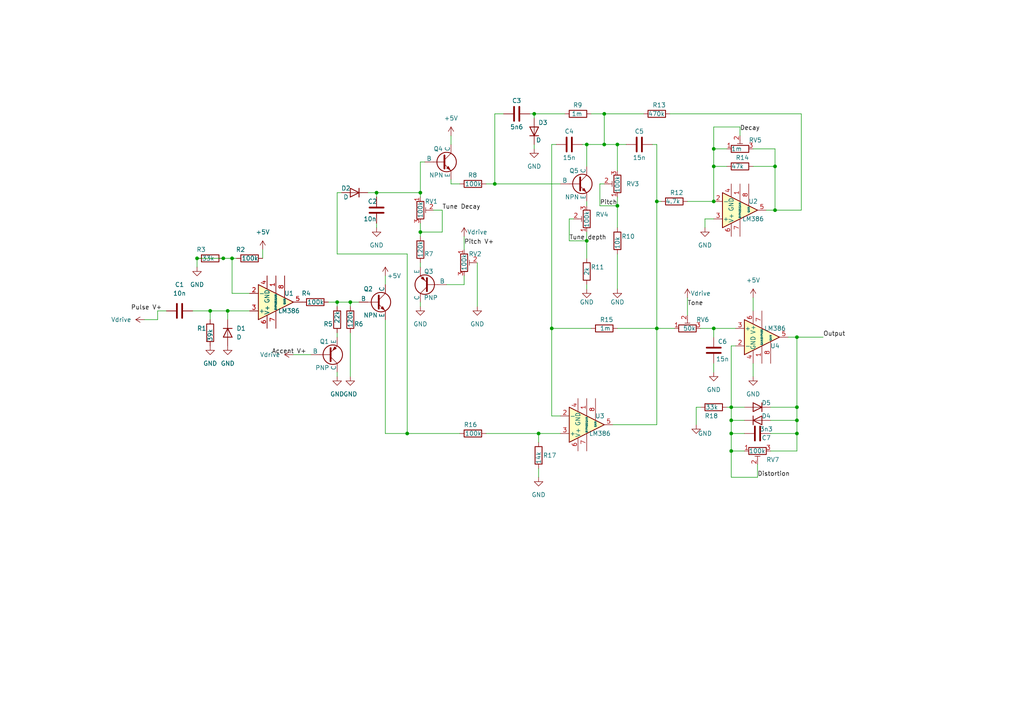
<source format=kicad_sch>
(kicad_sch (version 20230121) (generator eeschema)

  (uuid 5394d9d6-3f37-45df-9047-9fd1bfac4e20)

  (paper "A4")

  (lib_symbols
    (symbol "Amplifier_Audio:LM386" (pin_names (offset 0.127)) (in_bom yes) (on_board yes)
      (property "Reference" "U" (at 1.27 7.62 0)
        (effects (font (size 1.27 1.27)) (justify left))
      )
      (property "Value" "LM386" (at 1.27 5.08 0)
        (effects (font (size 1.27 1.27)) (justify left))
      )
      (property "Footprint" "" (at 2.54 2.54 0)
        (effects (font (size 1.27 1.27)) hide)
      )
      (property "Datasheet" "http://www.ti.com/lit/ds/symlink/lm386.pdf" (at 5.08 5.08 0)
        (effects (font (size 1.27 1.27)) hide)
      )
      (property "ki_keywords" "single Power opamp" (at 0 0 0)
        (effects (font (size 1.27 1.27)) hide)
      )
      (property "ki_description" "Low Voltage Audio Power Amplifier, DIP-8/SOIC-8/SSOP-8" (at 0 0 0)
        (effects (font (size 1.27 1.27)) hide)
      )
      (property "ki_fp_filters" "SOIC*3.9x4.9mm*P1.27mm* DIP*W7.62mm* MSSOP*P0.65mm* TSSOP*3x3mm*P0.5mm*" (at 0 0 0)
        (effects (font (size 1.27 1.27)) hide)
      )
      (symbol "LM386_0_1"
        (polyline
          (pts
            (xy 5.08 0)
            (xy -5.08 5.08)
            (xy -5.08 -5.08)
            (xy 5.08 0)
          )
          (stroke (width 0.254) (type default))
          (fill (type background))
        )
      )
      (symbol "LM386_1_1"
        (pin input line (at 0 -7.62 90) (length 5.08)
          (name "GAIN" (effects (font (size 0.508 0.508))))
          (number "1" (effects (font (size 1.27 1.27))))
        )
        (pin input line (at -7.62 -2.54 0) (length 2.54)
          (name "-" (effects (font (size 1.27 1.27))))
          (number "2" (effects (font (size 1.27 1.27))))
        )
        (pin input line (at -7.62 2.54 0) (length 2.54)
          (name "+" (effects (font (size 1.27 1.27))))
          (number "3" (effects (font (size 1.27 1.27))))
        )
        (pin power_in line (at -2.54 -7.62 90) (length 3.81)
          (name "GND" (effects (font (size 1.27 1.27))))
          (number "4" (effects (font (size 1.27 1.27))))
        )
        (pin output line (at 7.62 0 180) (length 2.54)
          (name "~" (effects (font (size 1.27 1.27))))
          (number "5" (effects (font (size 1.27 1.27))))
        )
        (pin power_in line (at -2.54 7.62 270) (length 3.81)
          (name "V+" (effects (font (size 1.27 1.27))))
          (number "6" (effects (font (size 1.27 1.27))))
        )
        (pin input line (at 0 7.62 270) (length 5.08)
          (name "BYPASS" (effects (font (size 0.508 0.508))))
          (number "7" (effects (font (size 1.27 1.27))))
        )
        (pin input line (at 2.54 -7.62 90) (length 6.35)
          (name "GAIN" (effects (font (size 0.508 0.508))))
          (number "8" (effects (font (size 1.27 1.27))))
        )
      )
    )
    (symbol "Device:C" (pin_numbers hide) (pin_names (offset 0.254)) (in_bom yes) (on_board yes)
      (property "Reference" "C" (at 0.635 2.54 0)
        (effects (font (size 1.27 1.27)) (justify left))
      )
      (property "Value" "C" (at 0.635 -2.54 0)
        (effects (font (size 1.27 1.27)) (justify left))
      )
      (property "Footprint" "" (at 0.9652 -3.81 0)
        (effects (font (size 1.27 1.27)) hide)
      )
      (property "Datasheet" "~" (at 0 0 0)
        (effects (font (size 1.27 1.27)) hide)
      )
      (property "ki_keywords" "cap capacitor" (at 0 0 0)
        (effects (font (size 1.27 1.27)) hide)
      )
      (property "ki_description" "Unpolarized capacitor" (at 0 0 0)
        (effects (font (size 1.27 1.27)) hide)
      )
      (property "ki_fp_filters" "C_*" (at 0 0 0)
        (effects (font (size 1.27 1.27)) hide)
      )
      (symbol "C_0_1"
        (polyline
          (pts
            (xy -2.032 -0.762)
            (xy 2.032 -0.762)
          )
          (stroke (width 0.508) (type default))
          (fill (type none))
        )
        (polyline
          (pts
            (xy -2.032 0.762)
            (xy 2.032 0.762)
          )
          (stroke (width 0.508) (type default))
          (fill (type none))
        )
      )
      (symbol "C_1_1"
        (pin passive line (at 0 3.81 270) (length 2.794)
          (name "~" (effects (font (size 1.27 1.27))))
          (number "1" (effects (font (size 1.27 1.27))))
        )
        (pin passive line (at 0 -3.81 90) (length 2.794)
          (name "~" (effects (font (size 1.27 1.27))))
          (number "2" (effects (font (size 1.27 1.27))))
        )
      )
    )
    (symbol "Device:D" (pin_numbers hide) (pin_names (offset 1.016) hide) (in_bom yes) (on_board yes)
      (property "Reference" "D" (at 0 2.54 0)
        (effects (font (size 1.27 1.27)))
      )
      (property "Value" "D" (at 0 -2.54 0)
        (effects (font (size 1.27 1.27)))
      )
      (property "Footprint" "" (at 0 0 0)
        (effects (font (size 1.27 1.27)) hide)
      )
      (property "Datasheet" "~" (at 0 0 0)
        (effects (font (size 1.27 1.27)) hide)
      )
      (property "Sim.Device" "D" (at 0 0 0)
        (effects (font (size 1.27 1.27)) hide)
      )
      (property "Sim.Pins" "1=K 2=A" (at 0 0 0)
        (effects (font (size 1.27 1.27)) hide)
      )
      (property "ki_keywords" "diode" (at 0 0 0)
        (effects (font (size 1.27 1.27)) hide)
      )
      (property "ki_description" "Diode" (at 0 0 0)
        (effects (font (size 1.27 1.27)) hide)
      )
      (property "ki_fp_filters" "TO-???* *_Diode_* *SingleDiode* D_*" (at 0 0 0)
        (effects (font (size 1.27 1.27)) hide)
      )
      (symbol "D_0_1"
        (polyline
          (pts
            (xy -1.27 1.27)
            (xy -1.27 -1.27)
          )
          (stroke (width 0.254) (type default))
          (fill (type none))
        )
        (polyline
          (pts
            (xy 1.27 0)
            (xy -1.27 0)
          )
          (stroke (width 0) (type default))
          (fill (type none))
        )
        (polyline
          (pts
            (xy 1.27 1.27)
            (xy 1.27 -1.27)
            (xy -1.27 0)
            (xy 1.27 1.27)
          )
          (stroke (width 0.254) (type default))
          (fill (type none))
        )
      )
      (symbol "D_1_1"
        (pin passive line (at -3.81 0 0) (length 2.54)
          (name "K" (effects (font (size 1.27 1.27))))
          (number "1" (effects (font (size 1.27 1.27))))
        )
        (pin passive line (at 3.81 0 180) (length 2.54)
          (name "A" (effects (font (size 1.27 1.27))))
          (number "2" (effects (font (size 1.27 1.27))))
        )
      )
    )
    (symbol "Device:R" (pin_numbers hide) (pin_names (offset 0)) (in_bom yes) (on_board yes)
      (property "Reference" "R" (at 2.032 0 90)
        (effects (font (size 1.27 1.27)))
      )
      (property "Value" "R" (at 0 0 90)
        (effects (font (size 1.27 1.27)))
      )
      (property "Footprint" "" (at -1.778 0 90)
        (effects (font (size 1.27 1.27)) hide)
      )
      (property "Datasheet" "~" (at 0 0 0)
        (effects (font (size 1.27 1.27)) hide)
      )
      (property "ki_keywords" "R res resistor" (at 0 0 0)
        (effects (font (size 1.27 1.27)) hide)
      )
      (property "ki_description" "Resistor" (at 0 0 0)
        (effects (font (size 1.27 1.27)) hide)
      )
      (property "ki_fp_filters" "R_*" (at 0 0 0)
        (effects (font (size 1.27 1.27)) hide)
      )
      (symbol "R_0_1"
        (rectangle (start -1.016 -2.54) (end 1.016 2.54)
          (stroke (width 0.254) (type default))
          (fill (type none))
        )
      )
      (symbol "R_1_1"
        (pin passive line (at 0 3.81 270) (length 1.27)
          (name "~" (effects (font (size 1.27 1.27))))
          (number "1" (effects (font (size 1.27 1.27))))
        )
        (pin passive line (at 0 -3.81 90) (length 1.27)
          (name "~" (effects (font (size 1.27 1.27))))
          (number "2" (effects (font (size 1.27 1.27))))
        )
      )
    )
    (symbol "Device:R_Potentiometer_Trim" (pin_names (offset 1.016) hide) (in_bom yes) (on_board yes)
      (property "Reference" "RV" (at -4.445 0 90)
        (effects (font (size 1.27 1.27)))
      )
      (property "Value" "R_Potentiometer_Trim" (at -2.54 0 90)
        (effects (font (size 1.27 1.27)))
      )
      (property "Footprint" "" (at 0 0 0)
        (effects (font (size 1.27 1.27)) hide)
      )
      (property "Datasheet" "~" (at 0 0 0)
        (effects (font (size 1.27 1.27)) hide)
      )
      (property "ki_keywords" "resistor variable trimpot trimmer" (at 0 0 0)
        (effects (font (size 1.27 1.27)) hide)
      )
      (property "ki_description" "Trim-potentiometer" (at 0 0 0)
        (effects (font (size 1.27 1.27)) hide)
      )
      (property "ki_fp_filters" "Potentiometer*" (at 0 0 0)
        (effects (font (size 1.27 1.27)) hide)
      )
      (symbol "R_Potentiometer_Trim_0_1"
        (polyline
          (pts
            (xy 1.524 0.762)
            (xy 1.524 -0.762)
          )
          (stroke (width 0) (type default))
          (fill (type none))
        )
        (polyline
          (pts
            (xy 2.54 0)
            (xy 1.524 0)
          )
          (stroke (width 0) (type default))
          (fill (type none))
        )
        (rectangle (start 1.016 2.54) (end -1.016 -2.54)
          (stroke (width 0.254) (type default))
          (fill (type none))
        )
      )
      (symbol "R_Potentiometer_Trim_1_1"
        (pin passive line (at 0 3.81 270) (length 1.27)
          (name "1" (effects (font (size 1.27 1.27))))
          (number "1" (effects (font (size 1.27 1.27))))
        )
        (pin passive line (at 3.81 0 180) (length 1.27)
          (name "2" (effects (font (size 1.27 1.27))))
          (number "2" (effects (font (size 1.27 1.27))))
        )
        (pin passive line (at 0 -3.81 90) (length 1.27)
          (name "3" (effects (font (size 1.27 1.27))))
          (number "3" (effects (font (size 1.27 1.27))))
        )
      )
    )
    (symbol "Simulation_SPICE:NPN" (pin_numbers hide) (pin_names (offset 0)) (in_bom yes) (on_board yes)
      (property "Reference" "Q" (at -2.54 7.62 0)
        (effects (font (size 1.27 1.27)))
      )
      (property "Value" "NPN" (at -2.54 5.08 0)
        (effects (font (size 1.27 1.27)))
      )
      (property "Footprint" "" (at 63.5 0 0)
        (effects (font (size 1.27 1.27)) hide)
      )
      (property "Datasheet" "~" (at 63.5 0 0)
        (effects (font (size 1.27 1.27)) hide)
      )
      (property "Sim.Device" "NPN" (at 0 0 0)
        (effects (font (size 1.27 1.27)) hide)
      )
      (property "Sim.Type" "GUMMELPOON" (at 0 0 0)
        (effects (font (size 1.27 1.27)) hide)
      )
      (property "Sim.Pins" "1=C 2=B 3=E" (at 0 0 0)
        (effects (font (size 1.27 1.27)) hide)
      )
      (property "ki_keywords" "simulation" (at 0 0 0)
        (effects (font (size 1.27 1.27)) hide)
      )
      (property "ki_description" "Bipolar transistor symbol for simulation only, substrate tied to the emitter" (at 0 0 0)
        (effects (font (size 1.27 1.27)) hide)
      )
      (symbol "NPN_0_1"
        (polyline
          (pts
            (xy -2.54 0)
            (xy 0.635 0)
          )
          (stroke (width 0.1524) (type default))
          (fill (type none))
        )
        (polyline
          (pts
            (xy 0.635 0.635)
            (xy 2.54 2.54)
          )
          (stroke (width 0) (type default))
          (fill (type none))
        )
        (polyline
          (pts
            (xy 2.794 -1.27)
            (xy 2.794 -1.27)
          )
          (stroke (width 0.1524) (type default))
          (fill (type none))
        )
        (polyline
          (pts
            (xy 2.794 -1.27)
            (xy 2.794 -1.27)
          )
          (stroke (width 0.1524) (type default))
          (fill (type none))
        )
        (polyline
          (pts
            (xy 0.635 -0.635)
            (xy 2.54 -2.54)
            (xy 2.54 -2.54)
          )
          (stroke (width 0) (type default))
          (fill (type none))
        )
        (polyline
          (pts
            (xy 0.635 1.905)
            (xy 0.635 -1.905)
            (xy 0.635 -1.905)
          )
          (stroke (width 0.508) (type default))
          (fill (type none))
        )
        (polyline
          (pts
            (xy 1.27 -1.778)
            (xy 1.778 -1.27)
            (xy 2.286 -2.286)
            (xy 1.27 -1.778)
            (xy 1.27 -1.778)
          )
          (stroke (width 0) (type default))
          (fill (type outline))
        )
        (circle (center 1.27 0) (radius 2.8194)
          (stroke (width 0.254) (type default))
          (fill (type none))
        )
      )
      (symbol "NPN_1_1"
        (pin open_collector line (at 2.54 5.08 270) (length 2.54)
          (name "C" (effects (font (size 1.27 1.27))))
          (number "1" (effects (font (size 1.27 1.27))))
        )
        (pin input line (at -5.08 0 0) (length 2.54)
          (name "B" (effects (font (size 1.27 1.27))))
          (number "2" (effects (font (size 1.27 1.27))))
        )
        (pin open_emitter line (at 2.54 -5.08 90) (length 2.54)
          (name "E" (effects (font (size 1.27 1.27))))
          (number "3" (effects (font (size 1.27 1.27))))
        )
      )
    )
    (symbol "Simulation_SPICE:PNP" (pin_numbers hide) (pin_names (offset 0)) (in_bom yes) (on_board yes)
      (property "Reference" "Q" (at -2.54 7.62 0)
        (effects (font (size 1.27 1.27)))
      )
      (property "Value" "PNP" (at -2.54 5.08 0)
        (effects (font (size 1.27 1.27)))
      )
      (property "Footprint" "" (at 35.56 0 0)
        (effects (font (size 1.27 1.27)) hide)
      )
      (property "Datasheet" "~" (at 35.56 0 0)
        (effects (font (size 1.27 1.27)) hide)
      )
      (property "Sim.Device" "PNP" (at 0 0 0)
        (effects (font (size 1.27 1.27)) hide)
      )
      (property "Sim.Type" "GUMMELPOON" (at 0 0 0)
        (effects (font (size 1.27 1.27)) hide)
      )
      (property "Sim.Pins" "1=C 2=B 3=E" (at 0 0 0)
        (effects (font (size 1.27 1.27)) hide)
      )
      (property "ki_keywords" "simulation" (at 0 0 0)
        (effects (font (size 1.27 1.27)) hide)
      )
      (property "ki_description" "Bipolar transistor symbol for simulation only, substrate tied to the emitter" (at 0 0 0)
        (effects (font (size 1.27 1.27)) hide)
      )
      (symbol "PNP_0_1"
        (polyline
          (pts
            (xy -2.54 0)
            (xy 0.635 0)
          )
          (stroke (width 0.1524) (type default))
          (fill (type none))
        )
        (polyline
          (pts
            (xy 0.635 0.635)
            (xy 2.54 2.54)
          )
          (stroke (width 0) (type default))
          (fill (type none))
        )
        (polyline
          (pts
            (xy 0.635 -0.635)
            (xy 2.54 -2.54)
            (xy 2.54 -2.54)
          )
          (stroke (width 0) (type default))
          (fill (type none))
        )
        (polyline
          (pts
            (xy 0.635 1.905)
            (xy 0.635 -1.905)
            (xy 0.635 -1.905)
          )
          (stroke (width 0.508) (type default))
          (fill (type none))
        )
        (polyline
          (pts
            (xy 2.286 -1.778)
            (xy 1.778 -2.286)
            (xy 1.27 -1.27)
            (xy 2.286 -1.778)
            (xy 2.286 -1.778)
          )
          (stroke (width 0) (type default))
          (fill (type outline))
        )
        (circle (center 1.27 0) (radius 2.8194)
          (stroke (width 0.254) (type default))
          (fill (type none))
        )
      )
      (symbol "PNP_1_1"
        (pin open_collector line (at 2.54 5.08 270) (length 2.54)
          (name "C" (effects (font (size 1.27 1.27))))
          (number "1" (effects (font (size 1.27 1.27))))
        )
        (pin input line (at -5.08 0 0) (length 2.54)
          (name "B" (effects (font (size 1.27 1.27))))
          (number "2" (effects (font (size 1.27 1.27))))
        )
        (pin open_emitter line (at 2.54 -5.08 90) (length 2.54)
          (name "E" (effects (font (size 1.27 1.27))))
          (number "3" (effects (font (size 1.27 1.27))))
        )
      )
    )
    (symbol "power:+5V" (power) (pin_names (offset 0)) (in_bom yes) (on_board yes)
      (property "Reference" "#PWR" (at 0 -3.81 0)
        (effects (font (size 1.27 1.27)) hide)
      )
      (property "Value" "+5V" (at 0 3.556 0)
        (effects (font (size 1.27 1.27)))
      )
      (property "Footprint" "" (at 0 0 0)
        (effects (font (size 1.27 1.27)) hide)
      )
      (property "Datasheet" "" (at 0 0 0)
        (effects (font (size 1.27 1.27)) hide)
      )
      (property "ki_keywords" "global power" (at 0 0 0)
        (effects (font (size 1.27 1.27)) hide)
      )
      (property "ki_description" "Power symbol creates a global label with name \"+5V\"" (at 0 0 0)
        (effects (font (size 1.27 1.27)) hide)
      )
      (symbol "+5V_0_1"
        (polyline
          (pts
            (xy -0.762 1.27)
            (xy 0 2.54)
          )
          (stroke (width 0) (type default))
          (fill (type none))
        )
        (polyline
          (pts
            (xy 0 0)
            (xy 0 2.54)
          )
          (stroke (width 0) (type default))
          (fill (type none))
        )
        (polyline
          (pts
            (xy 0 2.54)
            (xy 0.762 1.27)
          )
          (stroke (width 0) (type default))
          (fill (type none))
        )
      )
      (symbol "+5V_1_1"
        (pin power_in line (at 0 0 90) (length 0) hide
          (name "+5V" (effects (font (size 1.27 1.27))))
          (number "1" (effects (font (size 1.27 1.27))))
        )
      )
    )
    (symbol "power:GND" (power) (pin_names (offset 0)) (in_bom yes) (on_board yes)
      (property "Reference" "#PWR" (at 0 -6.35 0)
        (effects (font (size 1.27 1.27)) hide)
      )
      (property "Value" "GND" (at 0 -3.81 0)
        (effects (font (size 1.27 1.27)))
      )
      (property "Footprint" "" (at 0 0 0)
        (effects (font (size 1.27 1.27)) hide)
      )
      (property "Datasheet" "" (at 0 0 0)
        (effects (font (size 1.27 1.27)) hide)
      )
      (property "ki_keywords" "global power" (at 0 0 0)
        (effects (font (size 1.27 1.27)) hide)
      )
      (property "ki_description" "Power symbol creates a global label with name \"GND\" , ground" (at 0 0 0)
        (effects (font (size 1.27 1.27)) hide)
      )
      (symbol "GND_0_1"
        (polyline
          (pts
            (xy 0 0)
            (xy 0 -1.27)
            (xy 1.27 -1.27)
            (xy 0 -2.54)
            (xy -1.27 -1.27)
            (xy 0 -1.27)
          )
          (stroke (width 0) (type default))
          (fill (type none))
        )
      )
      (symbol "GND_1_1"
        (pin power_in line (at 0 0 270) (length 0) hide
          (name "GND" (effects (font (size 1.27 1.27))))
          (number "1" (effects (font (size 1.27 1.27))))
        )
      )
    )
    (symbol "power:Vdrive" (power) (pin_names (offset 0)) (in_bom yes) (on_board yes)
      (property "Reference" "#PWR" (at -5.08 -3.81 0)
        (effects (font (size 1.27 1.27)) hide)
      )
      (property "Value" "Vdrive" (at 0 3.81 0)
        (effects (font (size 1.27 1.27)))
      )
      (property "Footprint" "" (at 0 0 0)
        (effects (font (size 1.27 1.27)) hide)
      )
      (property "Datasheet" "" (at 0 0 0)
        (effects (font (size 1.27 1.27)) hide)
      )
      (property "ki_keywords" "global power" (at 0 0 0)
        (effects (font (size 1.27 1.27)) hide)
      )
      (property "ki_description" "Power symbol creates a global label with name \"Vdrive\"" (at 0 0 0)
        (effects (font (size 1.27 1.27)) hide)
      )
      (symbol "Vdrive_0_1"
        (polyline
          (pts
            (xy -0.762 1.27)
            (xy 0 2.54)
          )
          (stroke (width 0) (type default))
          (fill (type none))
        )
        (polyline
          (pts
            (xy 0 0)
            (xy 0 2.54)
          )
          (stroke (width 0) (type default))
          (fill (type none))
        )
        (polyline
          (pts
            (xy 0 2.54)
            (xy 0.762 1.27)
          )
          (stroke (width 0) (type default))
          (fill (type none))
        )
      )
      (symbol "Vdrive_1_1"
        (pin power_in line (at 0 0 90) (length 0) hide
          (name "Vdrive" (effects (font (size 1.27 1.27))))
          (number "1" (effects (font (size 1.27 1.27))))
        )
      )
    )
  )

  (junction (at 118.11 125.73) (diameter 0) (color 0 0 0 0)
    (uuid 001bf534-0940-4db0-8315-03da4b9ad255)
  )
  (junction (at 190.5 58.42) (diameter 0) (color 0 0 0 0)
    (uuid 09f5677f-5904-4467-aec2-f2b004e8c6a6)
  )
  (junction (at 109.22 55.88) (diameter 0) (color 0 0 0 0)
    (uuid 0ef2fa6e-c07c-45da-961f-2597d86b5e51)
  )
  (junction (at 212.09 125.73) (diameter 0) (color 0 0 0 0)
    (uuid 1b133fe7-29e9-44d9-9091-c722d25f5b66)
  )
  (junction (at 101.6 87.63) (diameter 0) (color 0 0 0 0)
    (uuid 1bf8389d-f797-456b-9a1c-9468a8498879)
  )
  (junction (at 121.92 55.88) (diameter 0) (color 0 0 0 0)
    (uuid 1e3821ab-5095-44d4-886e-bf516321b2b4)
  )
  (junction (at 175.26 41.91) (diameter 0) (color 0 0 0 0)
    (uuid 1f4c36ec-a109-45e1-afca-7538eba59003)
  )
  (junction (at 207.01 43.18) (diameter 0) (color 0 0 0 0)
    (uuid 29bd2532-1ba6-4e3a-8cf6-a44888183457)
  )
  (junction (at 179.07 59.69) (diameter 0) (color 0 0 0 0)
    (uuid 32649927-f61f-46b2-b14a-34b0e5be5daf)
  )
  (junction (at 190.5 95.25) (diameter 0) (color 0 0 0 0)
    (uuid 432a0696-4401-4f87-b7d5-01e64218d85b)
  )
  (junction (at 212.09 130.81) (diameter 0) (color 0 0 0 0)
    (uuid 484fa751-2d60-4512-8475-dae2aa86819d)
  )
  (junction (at 224.79 60.96) (diameter 0) (color 0 0 0 0)
    (uuid 48733bfd-0a39-42b5-8325-0fbf50b34c43)
  )
  (junction (at 64.77 74.93) (diameter 0) (color 0 0 0 0)
    (uuid 490b2e9a-411e-4feb-abe7-62358d370fe5)
  )
  (junction (at 231.14 125.73) (diameter 0) (color 0 0 0 0)
    (uuid 4c138993-fdcb-45ad-816b-328ab053f189)
  )
  (junction (at 154.94 33.02) (diameter 0) (color 0 0 0 0)
    (uuid 4fe3b4f4-966e-4d94-8632-512926667f6f)
  )
  (junction (at 143.51 53.34) (diameter 0) (color 0 0 0 0)
    (uuid 54020573-a839-45c1-a8a7-d43f0c574b7a)
  )
  (junction (at 170.18 41.91) (diameter 0) (color 0 0 0 0)
    (uuid 5c751497-a91d-45e9-a473-1ed93b0111d5)
  )
  (junction (at 231.14 97.79) (diameter 0) (color 0 0 0 0)
    (uuid 63c51b6b-f1da-4d89-97ed-9e9aaee4fdba)
  )
  (junction (at 67.31 74.93) (diameter 0) (color 0 0 0 0)
    (uuid 72dbe961-204e-4505-9b4c-f3661b9f375e)
  )
  (junction (at 60.96 90.17) (diameter 0) (color 0 0 0 0)
    (uuid 8636e684-50d4-49a6-ae13-a00b306f0588)
  )
  (junction (at 121.92 67.31) (diameter 0) (color 0 0 0 0)
    (uuid 8995f43f-dc96-441f-a0c5-d2a05454ff65)
  )
  (junction (at 170.18 69.85) (diameter 0) (color 0 0 0 0)
    (uuid 8c30d2c1-b58a-4b3e-8c56-b493a83cbe5e)
  )
  (junction (at 231.14 121.92) (diameter 0) (color 0 0 0 0)
    (uuid 8cc57d65-deb0-4035-a594-8bc2da79768c)
  )
  (junction (at 207.01 58.42) (diameter 0) (color 0 0 0 0)
    (uuid 9da81386-9ad8-43f3-acc5-c4e8e6e86df1)
  )
  (junction (at 156.21 125.73) (diameter 0) (color 0 0 0 0)
    (uuid a53e333d-05f0-401a-bec8-8898ec73b6cb)
  )
  (junction (at 207.01 48.26) (diameter 0) (color 0 0 0 0)
    (uuid a6893690-1f5d-4501-907f-128cb14833d1)
  )
  (junction (at 97.79 87.63) (diameter 0) (color 0 0 0 0)
    (uuid a97ab595-7bc4-4e75-9795-af3a0d4ed6b4)
  )
  (junction (at 175.26 33.02) (diameter 0) (color 0 0 0 0)
    (uuid af4ca791-84f2-41bc-8dde-02372206b928)
  )
  (junction (at 160.02 95.25) (diameter 0) (color 0 0 0 0)
    (uuid b09c6871-e13c-4f5c-a393-7fdc038e2951)
  )
  (junction (at 212.09 118.11) (diameter 0) (color 0 0 0 0)
    (uuid b65c9f52-479b-4a82-bfd2-bd9f4616cbd0)
  )
  (junction (at 66.04 90.17) (diameter 0) (color 0 0 0 0)
    (uuid ba0a10b6-659a-46c3-a360-9daf2e295cb4)
  )
  (junction (at 224.79 48.26) (diameter 0) (color 0 0 0 0)
    (uuid c40c9dbd-ceeb-4dc4-8772-21bfb0067642)
  )
  (junction (at 207.01 95.25) (diameter 0) (color 0 0 0 0)
    (uuid cba0a710-f9df-4f09-b946-9e80243d6753)
  )
  (junction (at 212.09 121.92) (diameter 0) (color 0 0 0 0)
    (uuid d1576c5a-6171-4392-9be5-9ff360cb4445)
  )
  (junction (at 179.07 41.91) (diameter 0) (color 0 0 0 0)
    (uuid db18bcad-23d9-46b0-a8c1-2a3f148314a1)
  )
  (junction (at 231.14 118.11) (diameter 0) (color 0 0 0 0)
    (uuid f1183903-37d9-4209-9589-9c5efc9cbc18)
  )
  (junction (at 57.15 74.93) (diameter 0) (color 0 0 0 0)
    (uuid f8ce8de5-c376-4019-87f8-4d6130a3add6)
  )

  (wire (pts (xy 207.01 95.25) (xy 213.36 95.25))
    (stroke (width 0) (type default))
    (uuid 005da602-2ea9-41e3-ba48-19ba9423e2d2)
  )
  (wire (pts (xy 66.04 90.17) (xy 66.04 92.71))
    (stroke (width 0) (type default))
    (uuid 00b6702b-e8e7-465f-9f08-cd50c596c919)
  )
  (wire (pts (xy 171.45 95.25) (xy 160.02 95.25))
    (stroke (width 0) (type default))
    (uuid 00fd32fd-1e5b-4087-ac1e-b8c323008c20)
  )
  (wire (pts (xy 212.09 130.81) (xy 215.9 130.81))
    (stroke (width 0) (type default))
    (uuid 02af462e-756e-4d24-b862-10f3601b9b7e)
  )
  (wire (pts (xy 223.52 130.81) (xy 231.14 130.81))
    (stroke (width 0) (type default))
    (uuid 030daa3b-6023-406e-a5da-db37e63207c2)
  )
  (wire (pts (xy 194.31 33.02) (xy 232.41 33.02))
    (stroke (width 0) (type default))
    (uuid 03135b57-7efb-414d-9447-d23ad1c50362)
  )
  (wire (pts (xy 170.18 82.55) (xy 170.18 83.82))
    (stroke (width 0) (type default))
    (uuid 05ab32df-9b7b-4e94-a794-d65166c2cb1d)
  )
  (wire (pts (xy 179.07 41.91) (xy 181.61 41.91))
    (stroke (width 0) (type default))
    (uuid 0631f9bd-c355-4535-8296-e80405678151)
  )
  (wire (pts (xy 41.91 92.71) (xy 45.72 92.71))
    (stroke (width 0) (type default))
    (uuid 099bead6-9905-4d4c-8797-90cfa9996d00)
  )
  (wire (pts (xy 168.91 41.91) (xy 170.18 41.91))
    (stroke (width 0) (type default))
    (uuid 0c74a957-6f49-45c5-82f1-f5e343f36614)
  )
  (wire (pts (xy 45.72 90.17) (xy 48.26 90.17))
    (stroke (width 0) (type default))
    (uuid 0d9f81d3-4c8d-4a45-b0b3-3e0404152256)
  )
  (wire (pts (xy 207.01 48.26) (xy 210.82 48.26))
    (stroke (width 0) (type default))
    (uuid 0f753d28-89c2-49d5-9ed0-e444833eadaf)
  )
  (wire (pts (xy 212.09 121.92) (xy 212.09 118.11))
    (stroke (width 0) (type default))
    (uuid 121ff2c4-a034-425c-b688-08f52e449971)
  )
  (wire (pts (xy 175.26 33.02) (xy 175.26 41.91))
    (stroke (width 0) (type default))
    (uuid 15064b0f-6e4f-466a-a1d6-fa2e2a72b0f4)
  )
  (wire (pts (xy 179.07 73.66) (xy 179.07 83.82))
    (stroke (width 0) (type default))
    (uuid 154bfb45-1aea-4492-a2c0-16bdb6abbb81)
  )
  (wire (pts (xy 190.5 95.25) (xy 195.58 95.25))
    (stroke (width 0) (type default))
    (uuid 1656e1eb-263a-4887-aaab-30ef1dd8e01f)
  )
  (wire (pts (xy 224.79 48.26) (xy 224.79 60.96))
    (stroke (width 0) (type default))
    (uuid 16637805-a4fd-4fa9-a96b-21aaf9549aab)
  )
  (wire (pts (xy 101.6 88.9) (xy 101.6 87.63))
    (stroke (width 0) (type default))
    (uuid 19fa6fb4-1f80-4bd6-8d7c-5f4c84bf48be)
  )
  (wire (pts (xy 111.76 92.71) (xy 111.76 125.73))
    (stroke (width 0) (type default))
    (uuid 1c96d510-1bc8-4b93-9468-c0323eb50689)
  )
  (wire (pts (xy 232.41 33.02) (xy 232.41 60.96))
    (stroke (width 0) (type default))
    (uuid 1e438924-31cd-4b7b-8d5a-3b6d43dccf3b)
  )
  (wire (pts (xy 207.01 63.5) (xy 204.47 63.5))
    (stroke (width 0) (type default))
    (uuid 1e7a7eed-dfb4-4c6d-bd3d-b7a7e6eaba69)
  )
  (wire (pts (xy 130.81 52.07) (xy 130.81 53.34))
    (stroke (width 0) (type default))
    (uuid 2024175d-867a-44e1-9b16-434e63420b34)
  )
  (wire (pts (xy 67.31 74.93) (xy 64.77 74.93))
    (stroke (width 0) (type default))
    (uuid 225c6687-da3e-48f4-bd25-9e25f7c61753)
  )
  (wire (pts (xy 219.71 138.43) (xy 219.71 134.62))
    (stroke (width 0) (type default))
    (uuid 2763f708-b50a-4e32-baff-44db3082f787)
  )
  (wire (pts (xy 156.21 125.73) (xy 162.56 125.73))
    (stroke (width 0) (type default))
    (uuid 2a296a8e-8a18-4285-9261-0bda9d1579e8)
  )
  (wire (pts (xy 109.22 55.88) (xy 121.92 55.88))
    (stroke (width 0) (type default))
    (uuid 2a762ef8-3a42-43d0-9d4f-154a51a9a3c7)
  )
  (wire (pts (xy 156.21 135.89) (xy 156.21 138.43))
    (stroke (width 0) (type default))
    (uuid 2ebe3c86-96b2-4c1a-8430-031cbc59bc79)
  )
  (wire (pts (xy 154.94 33.02) (xy 163.83 33.02))
    (stroke (width 0) (type default))
    (uuid 30846563-46be-483c-850f-193d1f27a13e)
  )
  (wire (pts (xy 175.26 33.02) (xy 186.69 33.02))
    (stroke (width 0) (type default))
    (uuid 310bd626-f196-4c6e-a136-80a6fe5578aa)
  )
  (wire (pts (xy 130.81 53.34) (xy 133.35 53.34))
    (stroke (width 0) (type default))
    (uuid 34a04ac7-6654-435b-bab1-10574852ae56)
  )
  (wire (pts (xy 212.09 138.43) (xy 219.71 138.43))
    (stroke (width 0) (type default))
    (uuid 3667de5f-cb13-4b56-b66c-affd9d97d0d5)
  )
  (wire (pts (xy 218.44 90.17) (xy 218.44 86.36))
    (stroke (width 0) (type default))
    (uuid 36e2ae5a-74eb-4825-83e7-d441095e2396)
  )
  (wire (pts (xy 121.92 64.77) (xy 121.92 67.31))
    (stroke (width 0) (type default))
    (uuid 3ccab574-56ad-4c8f-a227-da7d3da517be)
  )
  (wire (pts (xy 121.92 87.63) (xy 121.92 88.9))
    (stroke (width 0) (type default))
    (uuid 3d110541-9889-4db9-be96-919c796fb6f7)
  )
  (wire (pts (xy 97.79 55.88) (xy 99.06 55.88))
    (stroke (width 0) (type default))
    (uuid 3e2d500f-454e-44c3-8a30-4b6c478c0c92)
  )
  (wire (pts (xy 121.92 67.31) (xy 128.27 67.31))
    (stroke (width 0) (type default))
    (uuid 418c56e3-54e2-48c9-a7d1-5757d3718f2c)
  )
  (wire (pts (xy 64.77 74.93) (xy 57.15 74.93))
    (stroke (width 0) (type default))
    (uuid 42940fb2-44f1-4ef4-9cb2-fd2f26ee1263)
  )
  (wire (pts (xy 67.31 85.09) (xy 72.39 85.09))
    (stroke (width 0) (type default))
    (uuid 46eb3357-0716-47aa-9763-de54a7127aba)
  )
  (wire (pts (xy 160.02 120.65) (xy 162.56 120.65))
    (stroke (width 0) (type default))
    (uuid 495cb311-e62e-4944-866c-2f000a3fbcf5)
  )
  (wire (pts (xy 179.07 57.15) (xy 179.07 59.69))
    (stroke (width 0) (type default))
    (uuid 4ad9954e-968a-406e-9782-f3ff45aba4bd)
  )
  (wire (pts (xy 109.22 64.77) (xy 109.22 66.04))
    (stroke (width 0) (type default))
    (uuid 4c56f457-d599-4524-9ba1-17265c0c937c)
  )
  (wire (pts (xy 143.51 53.34) (xy 162.56 53.34))
    (stroke (width 0) (type default))
    (uuid 4dcd676d-5cc2-41c0-bcc4-b992b5716ecc)
  )
  (wire (pts (xy 212.09 100.33) (xy 213.36 100.33))
    (stroke (width 0) (type default))
    (uuid 4f80ba6a-c1b8-4981-8a5f-9f05eaa34e19)
  )
  (wire (pts (xy 212.09 125.73) (xy 212.09 121.92))
    (stroke (width 0) (type default))
    (uuid 511e40dc-7a44-4662-8c0b-bbeeb1977582)
  )
  (wire (pts (xy 179.07 41.91) (xy 179.07 49.53))
    (stroke (width 0) (type default))
    (uuid 52aa40e1-a301-4253-8f2f-71158df4bd96)
  )
  (wire (pts (xy 140.97 125.73) (xy 156.21 125.73))
    (stroke (width 0) (type default))
    (uuid 5746a9c4-7ec6-4d27-bd8e-e96a65d042c8)
  )
  (wire (pts (xy 67.31 74.93) (xy 67.31 85.09))
    (stroke (width 0) (type default))
    (uuid 57e59416-47ab-416a-a22f-764c77b61578)
  )
  (wire (pts (xy 207.01 43.18) (xy 210.82 43.18))
    (stroke (width 0) (type default))
    (uuid 580dd867-127e-40bc-8969-0f5cda5972cf)
  )
  (wire (pts (xy 160.02 41.91) (xy 160.02 95.25))
    (stroke (width 0) (type default))
    (uuid 5935aa26-14c0-41d2-9165-44a7cea06da0)
  )
  (wire (pts (xy 212.09 125.73) (xy 215.9 125.73))
    (stroke (width 0) (type default))
    (uuid 5b47ee94-19ee-4c8e-b8c4-e50651279b02)
  )
  (wire (pts (xy 109.22 57.15) (xy 109.22 55.88))
    (stroke (width 0) (type default))
    (uuid 5cb9f50c-013b-4620-89bd-64ff4c689207)
  )
  (wire (pts (xy 121.92 55.88) (xy 121.92 57.15))
    (stroke (width 0) (type default))
    (uuid 620cdbe6-2020-4484-87d3-429f9de61924)
  )
  (wire (pts (xy 154.94 41.91) (xy 154.94 43.18))
    (stroke (width 0) (type default))
    (uuid 652d0641-5314-4cd6-b4bd-984dad8c7051)
  )
  (wire (pts (xy 95.25 87.63) (xy 97.79 87.63))
    (stroke (width 0) (type default))
    (uuid 670be24d-5283-4acd-bd97-9611f635cde2)
  )
  (wire (pts (xy 203.2 95.25) (xy 207.01 95.25))
    (stroke (width 0) (type default))
    (uuid 679d8ead-605a-4ce9-982a-7ea512cf2d6b)
  )
  (wire (pts (xy 160.02 95.25) (xy 160.02 120.65))
    (stroke (width 0) (type default))
    (uuid 686564cb-b136-40f9-9e65-2491ba327265)
  )
  (wire (pts (xy 118.11 73.66) (xy 118.11 125.73))
    (stroke (width 0) (type default))
    (uuid 6ab24337-861b-4876-94ee-3dc3fd29be37)
  )
  (wire (pts (xy 212.09 125.73) (xy 212.09 130.81))
    (stroke (width 0) (type default))
    (uuid 6e96b363-3d2a-4edd-bf0f-78083ef27787)
  )
  (wire (pts (xy 45.72 92.71) (xy 45.72 90.17))
    (stroke (width 0) (type default))
    (uuid 6ee4ac5f-c28e-4090-af41-d5eca2c26e18)
  )
  (wire (pts (xy 170.18 41.91) (xy 175.26 41.91))
    (stroke (width 0) (type default))
    (uuid 71dde2c4-5480-4b8b-a91c-ab2c9784585b)
  )
  (wire (pts (xy 156.21 125.73) (xy 156.21 128.27))
    (stroke (width 0) (type default))
    (uuid 77ae7aab-2b0e-4022-82dd-64b48b0797f4)
  )
  (wire (pts (xy 121.92 46.99) (xy 123.19 46.99))
    (stroke (width 0) (type default))
    (uuid 77c6e761-d9eb-4f9e-8213-dbc39e8f9ef4)
  )
  (wire (pts (xy 138.43 76.2) (xy 138.43 88.9))
    (stroke (width 0) (type default))
    (uuid 78caf214-85f9-4386-bd0a-234c97dfaeb3)
  )
  (wire (pts (xy 111.76 80.01) (xy 111.76 82.55))
    (stroke (width 0) (type default))
    (uuid 7c0a3ad4-357c-432e-8ce7-ce68d4801db6)
  )
  (wire (pts (xy 165.1 63.5) (xy 165.1 69.85))
    (stroke (width 0) (type default))
    (uuid 7c1e61e1-de4f-471d-85a3-2d334d530db1)
  )
  (wire (pts (xy 190.5 95.25) (xy 179.07 95.25))
    (stroke (width 0) (type default))
    (uuid 7d510a73-6990-4479-9b84-6badcbcd8250)
  )
  (wire (pts (xy 190.5 58.42) (xy 190.5 95.25))
    (stroke (width 0) (type default))
    (uuid 7db490e2-ed6c-468f-871a-c3068c56eede)
  )
  (wire (pts (xy 160.02 41.91) (xy 161.29 41.91))
    (stroke (width 0) (type default))
    (uuid 7ffbccbe-a494-4a28-a68e-29ea3e261511)
  )
  (wire (pts (xy 214.63 36.83) (xy 214.63 39.37))
    (stroke (width 0) (type default))
    (uuid 8062ea76-8433-4076-a023-6272b7a66b1b)
  )
  (wire (pts (xy 201.93 118.11) (xy 203.2 118.11))
    (stroke (width 0) (type default))
    (uuid 824bb472-8026-4edd-a9de-d5e999cd35f6)
  )
  (wire (pts (xy 231.14 97.79) (xy 238.76 97.79))
    (stroke (width 0) (type default))
    (uuid 82cc3421-6180-4244-895a-1ac24c46356f)
  )
  (wire (pts (xy 190.5 58.42) (xy 191.77 58.42))
    (stroke (width 0) (type default))
    (uuid 85b77ba7-dc9b-4f95-9a08-efb55969ea34)
  )
  (wire (pts (xy 170.18 67.31) (xy 170.18 69.85))
    (stroke (width 0) (type default))
    (uuid 86d272ef-5285-4203-83bc-17c7018638a0)
  )
  (wire (pts (xy 199.39 86.36) (xy 199.39 91.44))
    (stroke (width 0) (type default))
    (uuid 88e71369-9cd4-4335-97e6-e00e40321a5c)
  )
  (wire (pts (xy 201.93 123.19) (xy 201.93 118.11))
    (stroke (width 0) (type default))
    (uuid 8a7825a8-8092-404c-ad5f-659e84214ba2)
  )
  (wire (pts (xy 207.01 95.25) (xy 207.01 97.79))
    (stroke (width 0) (type default))
    (uuid 8c2f7b98-e442-4d66-8f7e-f041f58d626e)
  )
  (wire (pts (xy 231.14 125.73) (xy 231.14 121.92))
    (stroke (width 0) (type default))
    (uuid 8ea81b26-eba6-4d83-944c-ae4ecc3a0182)
  )
  (wire (pts (xy 190.5 41.91) (xy 190.5 58.42))
    (stroke (width 0) (type default))
    (uuid 90392baf-e09a-4a3b-914b-26560d9b956c)
  )
  (wire (pts (xy 60.96 90.17) (xy 66.04 90.17))
    (stroke (width 0) (type default))
    (uuid 9072519e-74d1-4355-a143-03879b50435b)
  )
  (wire (pts (xy 154.94 33.02) (xy 154.94 34.29))
    (stroke (width 0) (type default))
    (uuid 912f0e6a-0cee-4c77-bfae-07a2fa12cd4a)
  )
  (wire (pts (xy 134.62 80.01) (xy 134.62 82.55))
    (stroke (width 0) (type default))
    (uuid 94c9a1b7-f6a8-427e-92b0-d32b9749437e)
  )
  (wire (pts (xy 207.01 105.41) (xy 207.01 107.95))
    (stroke (width 0) (type default))
    (uuid 9530d07b-3336-415b-990c-1481e0230939)
  )
  (wire (pts (xy 111.76 125.73) (xy 118.11 125.73))
    (stroke (width 0) (type default))
    (uuid 9539d451-220f-487e-8015-ab5a7653ecbb)
  )
  (wire (pts (xy 231.14 130.81) (xy 231.14 125.73))
    (stroke (width 0) (type default))
    (uuid 96c1a75e-1561-4956-9065-29d06d1a62c8)
  )
  (wire (pts (xy 224.79 43.18) (xy 224.79 48.26))
    (stroke (width 0) (type default))
    (uuid 994a452b-4259-41fa-8a07-0f08b19a915f)
  )
  (wire (pts (xy 210.82 118.11) (xy 212.09 118.11))
    (stroke (width 0) (type default))
    (uuid 9b3deaf5-b001-4b32-b361-fde5257a3b1e)
  )
  (wire (pts (xy 97.79 73.66) (xy 97.79 55.88))
    (stroke (width 0) (type default))
    (uuid 9ba924a8-4558-4717-9484-d20a543a3e05)
  )
  (wire (pts (xy 130.81 39.37) (xy 130.81 41.91))
    (stroke (width 0) (type default))
    (uuid 9bddc5b9-734c-4591-be1c-b01d232ab070)
  )
  (wire (pts (xy 190.5 95.25) (xy 190.5 123.19))
    (stroke (width 0) (type default))
    (uuid 9cb78be2-3782-4f6b-b001-e3a716bae58b)
  )
  (wire (pts (xy 134.62 82.55) (xy 129.54 82.55))
    (stroke (width 0) (type default))
    (uuid 9d9a22f9-69ac-4d81-8596-81ba2cfe9e22)
  )
  (wire (pts (xy 170.18 58.42) (xy 170.18 59.69))
    (stroke (width 0) (type default))
    (uuid 9e499e48-9f59-4d5c-8f18-e457d90dc517)
  )
  (wire (pts (xy 231.14 118.11) (xy 231.14 97.79))
    (stroke (width 0) (type default))
    (uuid 9f2b36b8-d524-4eb5-b935-9c3864dc3fc8)
  )
  (wire (pts (xy 212.09 130.81) (xy 212.09 138.43))
    (stroke (width 0) (type default))
    (uuid a40c8037-fb6b-4bbc-ac69-851499120661)
  )
  (wire (pts (xy 223.52 121.92) (xy 231.14 121.92))
    (stroke (width 0) (type default))
    (uuid a620dbd6-8a1a-4518-9160-12d96fc09289)
  )
  (wire (pts (xy 165.1 63.5) (xy 166.37 63.5))
    (stroke (width 0) (type default))
    (uuid a8a1882c-8d30-4655-b685-09bf1b03a42f)
  )
  (wire (pts (xy 121.92 55.88) (xy 121.92 46.99))
    (stroke (width 0) (type default))
    (uuid a8c34d60-5214-4a18-b44c-10903a768489)
  )
  (wire (pts (xy 101.6 96.52) (xy 101.6 109.22))
    (stroke (width 0) (type default))
    (uuid ae760463-e046-4587-a7f4-bbc11515ba6d)
  )
  (wire (pts (xy 170.18 69.85) (xy 170.18 74.93))
    (stroke (width 0) (type default))
    (uuid af09903c-cb73-4961-a948-ddd95792f9a4)
  )
  (wire (pts (xy 101.6 87.63) (xy 104.14 87.63))
    (stroke (width 0) (type default))
    (uuid b4b552c8-854e-441c-b7f6-98cd7fb6e587)
  )
  (wire (pts (xy 128.27 60.96) (xy 128.27 67.31))
    (stroke (width 0) (type default))
    (uuid b6f345cc-5168-4368-84cb-5143f7180008)
  )
  (wire (pts (xy 207.01 58.42) (xy 207.01 48.26))
    (stroke (width 0) (type default))
    (uuid b80a9c99-8351-49a2-b951-76fca100bfd1)
  )
  (wire (pts (xy 223.52 118.11) (xy 231.14 118.11))
    (stroke (width 0) (type default))
    (uuid b89e29d3-3504-486b-bbb6-6c736a038fce)
  )
  (wire (pts (xy 76.2 72.39) (xy 76.2 74.93))
    (stroke (width 0) (type default))
    (uuid b9de8d12-18e7-4aac-8dc1-026878a1388a)
  )
  (wire (pts (xy 60.96 90.17) (xy 60.96 92.71))
    (stroke (width 0) (type default))
    (uuid bdc334ba-2e35-4c5f-8fa6-e7980e68fd8d)
  )
  (wire (pts (xy 134.62 68.58) (xy 134.62 72.39))
    (stroke (width 0) (type default))
    (uuid be233be4-c5ac-4ed5-ba28-9364542d1b9b)
  )
  (wire (pts (xy 101.6 87.63) (xy 97.79 87.63))
    (stroke (width 0) (type default))
    (uuid befe8ca7-480b-4f07-96e7-f52e4785ba7a)
  )
  (wire (pts (xy 177.8 123.19) (xy 190.5 123.19))
    (stroke (width 0) (type default))
    (uuid bf441f58-01ef-4472-81ad-3677e517c7fc)
  )
  (wire (pts (xy 85.09 102.87) (xy 90.17 102.87))
    (stroke (width 0) (type default))
    (uuid bf9debe4-1de0-48e4-9f81-25d24443d8f0)
  )
  (wire (pts (xy 224.79 60.96) (xy 222.25 60.96))
    (stroke (width 0) (type default))
    (uuid c009ba5e-6941-4821-a215-48be1c770632)
  )
  (wire (pts (xy 231.14 121.92) (xy 231.14 118.11))
    (stroke (width 0) (type default))
    (uuid c00ebfc0-3f5a-4553-a665-c3fdaae22b07)
  )
  (wire (pts (xy 165.1 69.85) (xy 170.18 69.85))
    (stroke (width 0) (type default))
    (uuid c3722a4a-e7c5-43e3-9f89-12e6ee588551)
  )
  (wire (pts (xy 175.26 53.34) (xy 173.99 53.34))
    (stroke (width 0) (type default))
    (uuid c3734ca3-f685-4f3a-abc0-6d82e55de071)
  )
  (wire (pts (xy 207.01 36.83) (xy 207.01 43.18))
    (stroke (width 0) (type default))
    (uuid c83cb374-65f6-4857-b434-47cccfd9aa7a)
  )
  (wire (pts (xy 173.99 59.69) (xy 173.99 53.34))
    (stroke (width 0) (type default))
    (uuid c85c6bd5-1653-4d32-829f-082b7b8a1f65)
  )
  (wire (pts (xy 214.63 36.83) (xy 207.01 36.83))
    (stroke (width 0) (type default))
    (uuid c9163ba0-7719-4d91-ba38-8ee3279a940c)
  )
  (wire (pts (xy 106.68 55.88) (xy 109.22 55.88))
    (stroke (width 0) (type default))
    (uuid ca2feda7-ac33-421b-a076-2e919fd199d5)
  )
  (wire (pts (xy 189.23 41.91) (xy 190.5 41.91))
    (stroke (width 0) (type default))
    (uuid cae61cfd-b679-4768-9cc5-f6259f69a0c6)
  )
  (wire (pts (xy 212.09 118.11) (xy 212.09 100.33))
    (stroke (width 0) (type default))
    (uuid cbb6de73-c0cb-4e22-83c2-c656a012c874)
  )
  (wire (pts (xy 125.73 60.96) (xy 128.27 60.96))
    (stroke (width 0) (type default))
    (uuid d46408b5-6147-4c72-b402-3aff15c91ec1)
  )
  (wire (pts (xy 218.44 43.18) (xy 224.79 43.18))
    (stroke (width 0) (type default))
    (uuid d4dcee47-dfd3-41c4-b00a-0032f1b98236)
  )
  (wire (pts (xy 179.07 59.69) (xy 173.99 59.69))
    (stroke (width 0) (type default))
    (uuid d729526d-729f-421a-ad1b-e8db25950f7a)
  )
  (wire (pts (xy 67.31 74.93) (xy 68.58 74.93))
    (stroke (width 0) (type default))
    (uuid d9761ca1-2e7e-47b8-a166-81d297e7ad36)
  )
  (wire (pts (xy 223.52 125.73) (xy 231.14 125.73))
    (stroke (width 0) (type default))
    (uuid da8c68f8-53a9-4635-a3c7-7821c1d97333)
  )
  (wire (pts (xy 66.04 90.17) (xy 72.39 90.17))
    (stroke (width 0) (type default))
    (uuid dd5302be-2c18-42f9-8200-1fd6696a0244)
  )
  (wire (pts (xy 231.14 97.79) (xy 228.6 97.79))
    (stroke (width 0) (type default))
    (uuid ded7c18c-355b-4621-a1b6-9983315f4330)
  )
  (wire (pts (xy 140.97 53.34) (xy 143.51 53.34))
    (stroke (width 0) (type default))
    (uuid df1282bb-1625-4059-872f-8a8cf382823f)
  )
  (wire (pts (xy 171.45 33.02) (xy 175.26 33.02))
    (stroke (width 0) (type default))
    (uuid e1d0d217-202c-4d3a-9b96-049c30a8ad46)
  )
  (wire (pts (xy 218.44 109.22) (xy 218.44 105.41))
    (stroke (width 0) (type default))
    (uuid e249ad52-a0e4-4cfb-b51d-a8b3601de473)
  )
  (wire (pts (xy 179.07 59.69) (xy 179.07 66.04))
    (stroke (width 0) (type default))
    (uuid e31a97f0-d54f-4010-8812-b0da4b6a335b)
  )
  (wire (pts (xy 170.18 41.91) (xy 170.18 48.26))
    (stroke (width 0) (type default))
    (uuid e416e054-3f01-4fd7-bf30-a8fc2888a4bd)
  )
  (wire (pts (xy 97.79 109.22) (xy 97.79 107.95))
    (stroke (width 0) (type default))
    (uuid e639d90d-379a-4e38-bd52-b3e9334ee636)
  )
  (wire (pts (xy 121.92 68.58) (xy 121.92 67.31))
    (stroke (width 0) (type default))
    (uuid e65ee103-a6d7-4a60-92a3-1ce2fa39a091)
  )
  (wire (pts (xy 212.09 118.11) (xy 215.9 118.11))
    (stroke (width 0) (type default))
    (uuid e6b6a4ad-7089-4841-a4a9-d7e42bf7e578)
  )
  (wire (pts (xy 207.01 48.26) (xy 207.01 43.18))
    (stroke (width 0) (type default))
    (uuid e6f85275-3d9a-489b-91d3-d4ca5ce8adaf)
  )
  (wire (pts (xy 97.79 88.9) (xy 97.79 87.63))
    (stroke (width 0) (type default))
    (uuid e9db487c-3fba-49f9-a149-8a3c007e7fc5)
  )
  (wire (pts (xy 153.67 33.02) (xy 154.94 33.02))
    (stroke (width 0) (type default))
    (uuid ec74bc7d-26e2-4461-8736-6b82d13a2756)
  )
  (wire (pts (xy 232.41 60.96) (xy 224.79 60.96))
    (stroke (width 0) (type default))
    (uuid ed6ab67e-12b6-40bf-acaa-af49d4e92067)
  )
  (wire (pts (xy 175.26 41.91) (xy 179.07 41.91))
    (stroke (width 0) (type default))
    (uuid f2e6d82b-5020-4df8-a488-329cac065877)
  )
  (wire (pts (xy 204.47 63.5) (xy 204.47 66.04))
    (stroke (width 0) (type default))
    (uuid f5175172-dcd6-4f66-b836-c1c65ddba0d4)
  )
  (wire (pts (xy 121.92 76.2) (xy 121.92 77.47))
    (stroke (width 0) (type default))
    (uuid f5263e91-cf9d-492a-bd70-5b23ec71946f)
  )
  (wire (pts (xy 57.15 74.93) (xy 57.15 77.47))
    (stroke (width 0) (type default))
    (uuid f597d1f0-5da9-4cc4-8a10-952225e36665)
  )
  (wire (pts (xy 143.51 33.02) (xy 146.05 33.02))
    (stroke (width 0) (type default))
    (uuid f5ba474a-9efc-440d-96b4-2e4ba2b02c1c)
  )
  (wire (pts (xy 218.44 48.26) (xy 224.79 48.26))
    (stroke (width 0) (type default))
    (uuid f6014410-659a-4f07-82c5-be9a3afd6d1c)
  )
  (wire (pts (xy 97.79 97.79) (xy 97.79 96.52))
    (stroke (width 0) (type default))
    (uuid f8e77209-2d40-4808-b97c-2403402854dd)
  )
  (wire (pts (xy 143.51 53.34) (xy 143.51 33.02))
    (stroke (width 0) (type default))
    (uuid fd6ecf56-a384-4f10-a0a7-e0cbe9bcd7fb)
  )
  (wire (pts (xy 212.09 121.92) (xy 215.9 121.92))
    (stroke (width 0) (type default))
    (uuid fda279bf-d81d-4924-8fb6-6707072892ba)
  )
  (wire (pts (xy 118.11 73.66) (xy 97.79 73.66))
    (stroke (width 0) (type default))
    (uuid feaa1970-a803-4e4f-a703-4eaaeff66b35)
  )
  (wire (pts (xy 199.39 58.42) (xy 207.01 58.42))
    (stroke (width 0) (type default))
    (uuid febff6eb-8365-4c9b-a7a0-92b93cfba82c)
  )
  (wire (pts (xy 55.88 90.17) (xy 60.96 90.17))
    (stroke (width 0) (type default))
    (uuid fedfd640-c054-4a5e-9012-59e6648398c3)
  )
  (wire (pts (xy 118.11 125.73) (xy 133.35 125.73))
    (stroke (width 0) (type default))
    (uuid ffc909e6-9835-4590-b495-9f532a60de97)
  )

  (label "Output" (at 238.76 97.79 0) (fields_autoplaced)
    (effects (font (size 1.27 1.27)) (justify left bottom))
    (uuid 0730c190-f9d8-4c74-a82d-a04a2663eb25)
  )
  (label "Tone" (at 199.39 88.9 0) (fields_autoplaced)
    (effects (font (size 1.27 1.27)) (justify left bottom))
    (uuid 269ad7de-5ff6-4380-aed8-141f15a03104)
  )
  (label "Decay" (at 214.63 38.1 0) (fields_autoplaced)
    (effects (font (size 1.27 1.27)) (justify left bottom))
    (uuid 39901838-2e23-4c27-9139-46011f266731)
  )
  (label "Distortion" (at 219.71 138.43 0) (fields_autoplaced)
    (effects (font (size 1.27 1.27)) (justify left bottom))
    (uuid 6317bcb3-469a-4d57-9fce-70ca70a64e51)
  )
  (label "Pitch" (at 173.99 59.69 0) (fields_autoplaced)
    (effects (font (size 1.27 1.27)) (justify left bottom))
    (uuid 6a8dc454-73aa-4699-b01e-a9bc5d4c8276)
  )
  (label "Tune Decay" (at 128.27 60.96 0) (fields_autoplaced)
    (effects (font (size 1.27 1.27)) (justify left bottom))
    (uuid 9ab10be1-748a-4a34-b11e-a110860649c7)
  )
  (label "Pulse V+" (at 46.99 90.17 180) (fields_autoplaced)
    (effects (font (size 1.27 1.27)) (justify right bottom))
    (uuid c7890d59-8dfb-4ec6-a58b-bb4ece57a571)
  )
  (label "Pitch V+" (at 134.62 71.12 0) (fields_autoplaced)
    (effects (font (size 1.27 1.27)) (justify left bottom))
    (uuid d9932d6f-40e2-4c9b-be36-a6c08869d81b)
  )
  (label "Tune depth" (at 165.1 69.85 0) (fields_autoplaced)
    (effects (font (size 1.27 1.27)) (justify left bottom))
    (uuid dcf3d9c5-ab5f-4c72-81e2-ac14d80bb94c)
  )
  (label "Accent V+" (at 88.9 102.87 180) (fields_autoplaced)
    (effects (font (size 1.27 1.27)) (justify right bottom))
    (uuid e0608601-3af3-40ef-9cb1-107772601b4b)
  )

  (symbol (lib_id "Device:R") (at 97.79 92.71 180) (unit 1)
    (in_bom yes) (on_board yes) (dnp no)
    (uuid 04bb545e-d49f-4007-bef5-ada28081d025)
    (property "Reference" "R5" (at 96.52 93.98 0)
      (effects (font (size 1.27 1.27)) (justify left))
    )
    (property "Value" "22k" (at 97.79 90.17 90)
      (effects (font (size 1.27 1.27)) (justify left))
    )
    (property "Footprint" "" (at 99.568 92.71 90)
      (effects (font (size 1.27 1.27)) hide)
    )
    (property "Datasheet" "~" (at 97.79 92.71 0)
      (effects (font (size 1.27 1.27)) hide)
    )
    (pin "1" (uuid 916e9545-1362-4f4a-a69e-a780b9a62eff))
    (pin "2" (uuid 8b1710d2-bf43-44ab-a3f1-2d1a1cacaf0c))
    (instances
      (project "kickdrum"
        (path "/5394d9d6-3f37-45df-9047-9fd1bfac4e20"
          (reference "R5") (unit 1)
        )
      )
    )
  )

  (symbol (lib_id "Device:R") (at 175.26 95.25 270) (unit 1)
    (in_bom yes) (on_board yes) (dnp no)
    (uuid 05c6efed-bb58-421c-ac86-17870a90272e)
    (property "Reference" "R15" (at 173.99 92.71 90)
      (effects (font (size 1.27 1.27)) (justify left))
    )
    (property "Value" "1m" (at 173.99 95.25 90)
      (effects (font (size 1.27 1.27)) (justify left))
    )
    (property "Footprint" "" (at 175.26 93.472 90)
      (effects (font (size 1.27 1.27)) hide)
    )
    (property "Datasheet" "~" (at 175.26 95.25 0)
      (effects (font (size 1.27 1.27)) hide)
    )
    (pin "1" (uuid abc4e55c-8328-4129-afe5-1d9fb498c798))
    (pin "2" (uuid 968c4c0e-6e58-43a9-83ef-bd783a33a1f2))
    (instances
      (project "kickdrum"
        (path "/5394d9d6-3f37-45df-9047-9fd1bfac4e20"
          (reference "R15") (unit 1)
        )
      )
    )
  )

  (symbol (lib_id "Device:C") (at 52.07 90.17 90) (unit 1)
    (in_bom yes) (on_board yes) (dnp no) (fields_autoplaced)
    (uuid 08c084c7-ed6b-469c-bcc2-fa38896732a0)
    (property "Reference" "C1" (at 52.07 82.55 90)
      (effects (font (size 1.27 1.27)))
    )
    (property "Value" "10n" (at 52.07 85.09 90)
      (effects (font (size 1.27 1.27)))
    )
    (property "Footprint" "" (at 55.88 89.2048 0)
      (effects (font (size 1.27 1.27)) hide)
    )
    (property "Datasheet" "~" (at 52.07 90.17 0)
      (effects (font (size 1.27 1.27)) hide)
    )
    (pin "1" (uuid 07aa0f81-403c-4fe6-bab7-d7cfdc7a86bc))
    (pin "2" (uuid 17c46e66-87fa-4800-b446-8ff7e99f7173))
    (instances
      (project "kickdrum"
        (path "/5394d9d6-3f37-45df-9047-9fd1bfac4e20"
          (reference "C1") (unit 1)
        )
      )
    )
  )

  (symbol (lib_id "Device:R") (at 101.6 92.71 180) (unit 1)
    (in_bom yes) (on_board yes) (dnp no)
    (uuid 0f3d564c-4742-4285-a3ee-4010d6ced34a)
    (property "Reference" "R6" (at 105.41 93.98 0)
      (effects (font (size 1.27 1.27)) (justify left))
    )
    (property "Value" "120k" (at 101.6 90.17 90)
      (effects (font (size 1.27 1.27)) (justify left))
    )
    (property "Footprint" "" (at 103.378 92.71 90)
      (effects (font (size 1.27 1.27)) hide)
    )
    (property "Datasheet" "~" (at 101.6 92.71 0)
      (effects (font (size 1.27 1.27)) hide)
    )
    (pin "1" (uuid 04056fc4-1886-4897-95f8-5add86d577e5))
    (pin "2" (uuid 7e5e4c06-b1c9-4ebc-8edb-f04fd6dd626b))
    (instances
      (project "kickdrum"
        (path "/5394d9d6-3f37-45df-9047-9fd1bfac4e20"
          (reference "R6") (unit 1)
        )
      )
    )
  )

  (symbol (lib_id "Device:R") (at 60.96 96.52 0) (unit 1)
    (in_bom yes) (on_board yes) (dnp no)
    (uuid 15ac4b68-da5b-4055-bcd6-f1d6a7818f7d)
    (property "Reference" "R1" (at 57.15 95.25 0)
      (effects (font (size 1.27 1.27)) (justify left))
    )
    (property "Value" "39k" (at 60.96 99.06 90)
      (effects (font (size 1.27 1.27)) (justify left))
    )
    (property "Footprint" "" (at 59.182 96.52 90)
      (effects (font (size 1.27 1.27)) hide)
    )
    (property "Datasheet" "~" (at 60.96 96.52 0)
      (effects (font (size 1.27 1.27)) hide)
    )
    (pin "1" (uuid 18284085-2820-496d-8b15-ac65b7a4d3be))
    (pin "2" (uuid bf82e69e-3b14-47c7-9286-9ed5109fd13b))
    (instances
      (project "kickdrum"
        (path "/5394d9d6-3f37-45df-9047-9fd1bfac4e20"
          (reference "R1") (unit 1)
        )
      )
    )
  )

  (symbol (lib_id "Device:R_Potentiometer_Trim") (at 170.18 63.5 180) (unit 1)
    (in_bom yes) (on_board yes) (dnp no)
    (uuid 171bdabc-5dea-4650-963e-c8887aed688f)
    (property "Reference" "RV4" (at 172.72 62.23 0)
      (effects (font (size 1.27 1.27)) (justify right))
    )
    (property "Value" "100k" (at 170.18 66.04 90)
      (effects (font (size 1.27 1.27)) (justify right))
    )
    (property "Footprint" "" (at 170.18 63.5 0)
      (effects (font (size 1.27 1.27)) hide)
    )
    (property "Datasheet" "~" (at 170.18 63.5 0)
      (effects (font (size 1.27 1.27)) hide)
    )
    (pin "1" (uuid b3f48838-68a5-428d-964d-7fc8c73f1a74))
    (pin "2" (uuid af9ba32f-d201-4d16-b7c4-d964b9f57a36))
    (pin "3" (uuid 9c951388-bc01-4bb5-8df5-fa1180ab0850))
    (instances
      (project "kickdrum"
        (path "/5394d9d6-3f37-45df-9047-9fd1bfac4e20"
          (reference "RV4") (unit 1)
        )
      )
    )
  )

  (symbol (lib_id "Device:R_Potentiometer_Trim") (at 121.92 60.96 0) (unit 1)
    (in_bom yes) (on_board yes) (dnp no)
    (uuid 1a544da1-8fb0-4547-b99e-7250026bfd31)
    (property "Reference" "RV1" (at 127 58.42 0)
      (effects (font (size 1.27 1.27)) (justify right))
    )
    (property "Value" "100k" (at 121.92 58.42 90)
      (effects (font (size 1.27 1.27)) (justify right))
    )
    (property "Footprint" "" (at 121.92 60.96 0)
      (effects (font (size 1.27 1.27)) hide)
    )
    (property "Datasheet" "~" (at 121.92 60.96 0)
      (effects (font (size 1.27 1.27)) hide)
    )
    (pin "1" (uuid 6b1a7cfd-2309-417f-97fe-60fa420fd191))
    (pin "2" (uuid a7c0ae18-4524-472d-baa7-efdefd1454db))
    (pin "3" (uuid 7cdb5ade-7f52-4302-98e2-5ec363cb9dcf))
    (instances
      (project "kickdrum"
        (path "/5394d9d6-3f37-45df-9047-9fd1bfac4e20"
          (reference "RV1") (unit 1)
        )
      )
    )
  )

  (symbol (lib_id "power:GND") (at 204.47 66.04 0) (unit 1)
    (in_bom yes) (on_board yes) (dnp no) (fields_autoplaced)
    (uuid 1d6fc684-191d-4e45-a0dc-b285ee6d8971)
    (property "Reference" "#PWR012" (at 204.47 72.39 0)
      (effects (font (size 1.27 1.27)) hide)
    )
    (property "Value" "GND" (at 204.47 71.12 0)
      (effects (font (size 1.27 1.27)))
    )
    (property "Footprint" "" (at 204.47 66.04 0)
      (effects (font (size 1.27 1.27)) hide)
    )
    (property "Datasheet" "" (at 204.47 66.04 0)
      (effects (font (size 1.27 1.27)) hide)
    )
    (pin "1" (uuid af7257b2-bfe6-4b25-891e-3f6acabb0f25))
    (instances
      (project "kickdrum"
        (path "/5394d9d6-3f37-45df-9047-9fd1bfac4e20"
          (reference "#PWR012") (unit 1)
        )
      )
    )
  )

  (symbol (lib_id "Device:R") (at 167.64 33.02 90) (unit 1)
    (in_bom yes) (on_board yes) (dnp no)
    (uuid 1d710d43-73d2-40b6-b98c-17fa29c857d7)
    (property "Reference" "R9" (at 168.91 30.48 90)
      (effects (font (size 1.27 1.27)) (justify left))
    )
    (property "Value" "1m" (at 168.91 33.02 90)
      (effects (font (size 1.27 1.27)) (justify left))
    )
    (property "Footprint" "" (at 167.64 34.798 90)
      (effects (font (size 1.27 1.27)) hide)
    )
    (property "Datasheet" "~" (at 167.64 33.02 0)
      (effects (font (size 1.27 1.27)) hide)
    )
    (pin "1" (uuid 7a9d952b-bad7-4eef-9ee0-d5b6ec6afddd))
    (pin "2" (uuid bacb0eb0-63c3-4e0c-866f-7c3a85fada5a))
    (instances
      (project "kickdrum"
        (path "/5394d9d6-3f37-45df-9047-9fd1bfac4e20"
          (reference "R9") (unit 1)
        )
      )
    )
  )

  (symbol (lib_id "power:GND") (at 66.04 100.33 0) (unit 1)
    (in_bom yes) (on_board yes) (dnp no) (fields_autoplaced)
    (uuid 1f7b40e6-b054-484f-88cf-d05e84def227)
    (property "Reference" "#PWR03" (at 66.04 106.68 0)
      (effects (font (size 1.27 1.27)) hide)
    )
    (property "Value" "GND" (at 66.04 105.41 0)
      (effects (font (size 1.27 1.27)))
    )
    (property "Footprint" "" (at 66.04 100.33 0)
      (effects (font (size 1.27 1.27)) hide)
    )
    (property "Datasheet" "" (at 66.04 100.33 0)
      (effects (font (size 1.27 1.27)) hide)
    )
    (pin "1" (uuid cd50f8b6-5d7f-4c78-904e-6f109121a290))
    (instances
      (project "kickdrum"
        (path "/5394d9d6-3f37-45df-9047-9fd1bfac4e20"
          (reference "#PWR03") (unit 1)
        )
      )
    )
  )

  (symbol (lib_id "Simulation_SPICE:PNP") (at 95.25 102.87 0) (mirror x) (unit 1)
    (in_bom yes) (on_board yes) (dnp no)
    (uuid 2148d97b-7d9c-4bbb-8841-27dc3e5fbf15)
    (property "Reference" "Q1" (at 92.71 99.06 0)
      (effects (font (size 1.27 1.27)) (justify left))
    )
    (property "Value" "PNP" (at 91.44 106.68 0)
      (effects (font (size 1.27 1.27)) (justify left))
    )
    (property "Footprint" "" (at 130.81 102.87 0)
      (effects (font (size 1.27 1.27)) hide)
    )
    (property "Datasheet" "~" (at 130.81 102.87 0)
      (effects (font (size 1.27 1.27)) hide)
    )
    (property "Sim.Device" "PNP" (at 95.25 102.87 0)
      (effects (font (size 1.27 1.27)) hide)
    )
    (property "Sim.Type" "GUMMELPOON" (at 95.25 102.87 0)
      (effects (font (size 1.27 1.27)) hide)
    )
    (property "Sim.Pins" "1=C 2=B 3=E" (at 95.25 102.87 0)
      (effects (font (size 1.27 1.27)) hide)
    )
    (pin "1" (uuid 94cf1f47-c50f-417c-9b42-712cfc2d8157))
    (pin "2" (uuid 79c5964f-2d63-460e-9b17-a7b6bdde39ed))
    (pin "3" (uuid 71c51c0a-62c4-4e7c-90dd-ae32305966d2))
    (instances
      (project "kickdrum"
        (path "/5394d9d6-3f37-45df-9047-9fd1bfac4e20"
          (reference "Q1") (unit 1)
        )
      )
    )
  )

  (symbol (lib_id "Device:R") (at 179.07 69.85 180) (unit 1)
    (in_bom yes) (on_board yes) (dnp no)
    (uuid 28e1719e-44a2-4d40-8fe2-63fb1c115666)
    (property "Reference" "R10" (at 184.15 68.58 0)
      (effects (font (size 1.27 1.27)) (justify left))
    )
    (property "Value" "10k" (at 179.07 68.58 90)
      (effects (font (size 1.27 1.27)) (justify left))
    )
    (property "Footprint" "" (at 180.848 69.85 90)
      (effects (font (size 1.27 1.27)) hide)
    )
    (property "Datasheet" "~" (at 179.07 69.85 0)
      (effects (font (size 1.27 1.27)) hide)
    )
    (pin "1" (uuid 5ddcb7c6-145e-417e-a80b-b80466161af7))
    (pin "2" (uuid cdc3f94c-8b54-49d4-bf48-9cc17ba60ae3))
    (instances
      (project "kickdrum"
        (path "/5394d9d6-3f37-45df-9047-9fd1bfac4e20"
          (reference "R10") (unit 1)
        )
      )
    )
  )

  (symbol (lib_id "Device:R") (at 72.39 74.93 90) (unit 1)
    (in_bom yes) (on_board yes) (dnp no)
    (uuid 2906bc2a-c366-43f5-8101-1ebf7f651571)
    (property "Reference" "R2" (at 71.12 72.39 90)
      (effects (font (size 1.27 1.27)) (justify left))
    )
    (property "Value" "100k" (at 74.93 74.93 90)
      (effects (font (size 1.27 1.27)) (justify left))
    )
    (property "Footprint" "" (at 72.39 76.708 90)
      (effects (font (size 1.27 1.27)) hide)
    )
    (property "Datasheet" "~" (at 72.39 74.93 0)
      (effects (font (size 1.27 1.27)) hide)
    )
    (pin "1" (uuid 872bcd0a-35b6-49d1-ae50-7536a47786f5))
    (pin "2" (uuid 6650e608-0e98-4f89-aa68-c164cc0663c8))
    (instances
      (project "kickdrum"
        (path "/5394d9d6-3f37-45df-9047-9fd1bfac4e20"
          (reference "R2") (unit 1)
        )
      )
    )
  )

  (symbol (lib_id "power:+5V") (at 130.81 39.37 0) (unit 1)
    (in_bom yes) (on_board yes) (dnp no) (fields_autoplaced)
    (uuid 2a997847-d738-4903-bf81-70e7f462008b)
    (property "Reference" "#PWR022" (at 130.81 43.18 0)
      (effects (font (size 1.27 1.27)) hide)
    )
    (property "Value" "+5V" (at 130.81 34.29 0)
      (effects (font (size 1.27 1.27)))
    )
    (property "Footprint" "" (at 130.81 39.37 0)
      (effects (font (size 1.27 1.27)) hide)
    )
    (property "Datasheet" "" (at 130.81 39.37 0)
      (effects (font (size 1.27 1.27)) hide)
    )
    (pin "1" (uuid faa387a4-89d3-4872-9fc9-d82bbaa3db93))
    (instances
      (project "kickdrum"
        (path "/5394d9d6-3f37-45df-9047-9fd1bfac4e20"
          (reference "#PWR022") (unit 1)
        )
      )
    )
  )

  (symbol (lib_id "Device:D") (at 102.87 55.88 180) (unit 1)
    (in_bom yes) (on_board yes) (dnp no)
    (uuid 3487dd44-d8ae-4bb3-ad75-1566ecf1a8d2)
    (property "Reference" "D2" (at 100.33 54.61 0)
      (effects (font (size 1.27 1.27)))
    )
    (property "Value" "D" (at 100.33 57.15 0)
      (effects (font (size 1.27 1.27)))
    )
    (property "Footprint" "" (at 102.87 55.88 0)
      (effects (font (size 1.27 1.27)) hide)
    )
    (property "Datasheet" "~" (at 102.87 55.88 0)
      (effects (font (size 1.27 1.27)) hide)
    )
    (property "Sim.Device" "D" (at 102.87 55.88 0)
      (effects (font (size 1.27 1.27)) hide)
    )
    (property "Sim.Pins" "1=K 2=A" (at 102.87 55.88 0)
      (effects (font (size 1.27 1.27)) hide)
    )
    (pin "1" (uuid 106c785b-7d03-480c-84ea-c2d14f5c0822))
    (pin "2" (uuid bf744e2b-4ab6-44a7-9fe3-6240eb37fb98))
    (instances
      (project "kickdrum"
        (path "/5394d9d6-3f37-45df-9047-9fd1bfac4e20"
          (reference "D2") (unit 1)
        )
      )
    )
  )

  (symbol (lib_id "Device:C") (at 165.1 41.91 90) (unit 1)
    (in_bom yes) (on_board yes) (dnp no)
    (uuid 460b3b21-0343-41a3-822a-90338a81d7ee)
    (property "Reference" "C4" (at 165.1 38.1 90)
      (effects (font (size 1.27 1.27)))
    )
    (property "Value" "15n" (at 165.1 45.72 90)
      (effects (font (size 1.27 1.27)))
    )
    (property "Footprint" "" (at 168.91 40.9448 0)
      (effects (font (size 1.27 1.27)) hide)
    )
    (property "Datasheet" "~" (at 165.1 41.91 0)
      (effects (font (size 1.27 1.27)) hide)
    )
    (pin "1" (uuid f1597769-dd7f-402d-a227-c2861117e5c2))
    (pin "2" (uuid d44e7b3b-b0ce-4e68-8c2c-2a20e08e92ab))
    (instances
      (project "kickdrum"
        (path "/5394d9d6-3f37-45df-9047-9fd1bfac4e20"
          (reference "C4") (unit 1)
        )
      )
    )
  )

  (symbol (lib_id "Device:R") (at 190.5 33.02 270) (unit 1)
    (in_bom yes) (on_board yes) (dnp no)
    (uuid 46ff327f-dca5-4a8a-b0de-baca82d426c6)
    (property "Reference" "R13" (at 189.23 30.48 90)
      (effects (font (size 1.27 1.27)) (justify left))
    )
    (property "Value" "470k" (at 187.96 33.02 90)
      (effects (font (size 1.27 1.27)) (justify left))
    )
    (property "Footprint" "" (at 190.5 31.242 90)
      (effects (font (size 1.27 1.27)) hide)
    )
    (property "Datasheet" "~" (at 190.5 33.02 0)
      (effects (font (size 1.27 1.27)) hide)
    )
    (pin "1" (uuid c9bc9a86-76b6-48c1-9333-6d3b10ed1ab8))
    (pin "2" (uuid e1c5fd5c-fc2b-4e15-9461-80da5ccd2240))
    (instances
      (project "kickdrum"
        (path "/5394d9d6-3f37-45df-9047-9fd1bfac4e20"
          (reference "R13") (unit 1)
        )
      )
    )
  )

  (symbol (lib_id "Device:D") (at 66.04 96.52 270) (unit 1)
    (in_bom yes) (on_board yes) (dnp no) (fields_autoplaced)
    (uuid 4a26ae05-e4ad-4e8c-9c75-357c9a4c9029)
    (property "Reference" "D1" (at 68.58 95.25 90)
      (effects (font (size 1.27 1.27)) (justify left))
    )
    (property "Value" "D" (at 68.58 97.79 90)
      (effects (font (size 1.27 1.27)) (justify left))
    )
    (property "Footprint" "" (at 66.04 96.52 0)
      (effects (font (size 1.27 1.27)) hide)
    )
    (property "Datasheet" "~" (at 66.04 96.52 0)
      (effects (font (size 1.27 1.27)) hide)
    )
    (property "Sim.Device" "D" (at 66.04 96.52 0)
      (effects (font (size 1.27 1.27)) hide)
    )
    (property "Sim.Pins" "1=K 2=A" (at 66.04 96.52 0)
      (effects (font (size 1.27 1.27)) hide)
    )
    (pin "1" (uuid 90c50f7c-8439-4287-86a4-0cbb5de4a909))
    (pin "2" (uuid 628a1791-69d5-4897-a580-423edef28e80))
    (instances
      (project "kickdrum"
        (path "/5394d9d6-3f37-45df-9047-9fd1bfac4e20"
          (reference "D1") (unit 1)
        )
      )
    )
  )

  (symbol (lib_id "Device:R") (at 214.63 48.26 270) (unit 1)
    (in_bom yes) (on_board yes) (dnp no)
    (uuid 53743e90-c4bf-4e30-9bad-9fa3ff6a6809)
    (property "Reference" "R14" (at 213.36 45.72 90)
      (effects (font (size 1.27 1.27)) (justify left))
    )
    (property "Value" "47k" (at 212.09 48.26 90)
      (effects (font (size 1.27 1.27)) (justify left))
    )
    (property "Footprint" "" (at 214.63 46.482 90)
      (effects (font (size 1.27 1.27)) hide)
    )
    (property "Datasheet" "~" (at 214.63 48.26 0)
      (effects (font (size 1.27 1.27)) hide)
    )
    (pin "1" (uuid 57ccedfa-6203-42ed-a358-a1bf32d595ac))
    (pin "2" (uuid a88cec48-3031-48ab-a70c-f14843c6303d))
    (instances
      (project "kickdrum"
        (path "/5394d9d6-3f37-45df-9047-9fd1bfac4e20"
          (reference "R14") (unit 1)
        )
      )
    )
  )

  (symbol (lib_id "Device:R") (at 137.16 53.34 90) (unit 1)
    (in_bom yes) (on_board yes) (dnp no)
    (uuid 54fe4f8b-d49b-449e-a604-8a69f9424e94)
    (property "Reference" "R8" (at 138.43 50.8 90)
      (effects (font (size 1.27 1.27)) (justify left))
    )
    (property "Value" "100k" (at 139.7 53.34 90)
      (effects (font (size 1.27 1.27)) (justify left))
    )
    (property "Footprint" "" (at 137.16 55.118 90)
      (effects (font (size 1.27 1.27)) hide)
    )
    (property "Datasheet" "~" (at 137.16 53.34 0)
      (effects (font (size 1.27 1.27)) hide)
    )
    (pin "1" (uuid f9b2b841-c249-4e21-94bc-7df4315148e3))
    (pin "2" (uuid d45843b1-ea89-4c7a-9505-190558e4521f))
    (instances
      (project "kickdrum"
        (path "/5394d9d6-3f37-45df-9047-9fd1bfac4e20"
          (reference "R8") (unit 1)
        )
      )
    )
  )

  (symbol (lib_id "power:GND") (at 170.18 83.82 0) (unit 1)
    (in_bom yes) (on_board yes) (dnp no)
    (uuid 5969524a-8c18-4454-b56c-28384ace6e3f)
    (property "Reference" "#PWR015" (at 170.18 90.17 0)
      (effects (font (size 1.27 1.27)) hide)
    )
    (property "Value" "GND" (at 170.18 87.63 0)
      (effects (font (size 1.27 1.27)))
    )
    (property "Footprint" "" (at 170.18 83.82 0)
      (effects (font (size 1.27 1.27)) hide)
    )
    (property "Datasheet" "" (at 170.18 83.82 0)
      (effects (font (size 1.27 1.27)) hide)
    )
    (pin "1" (uuid 8ac88ea5-a7dc-4b5b-a4a8-cebcc2576f5b))
    (instances
      (project "kickdrum"
        (path "/5394d9d6-3f37-45df-9047-9fd1bfac4e20"
          (reference "#PWR015") (unit 1)
        )
      )
    )
  )

  (symbol (lib_id "power:GND") (at 121.92 88.9 0) (unit 1)
    (in_bom yes) (on_board yes) (dnp no) (fields_autoplaced)
    (uuid 59aaee63-4d2e-41b7-b7ab-37b0c412b1bf)
    (property "Reference" "#PWR09" (at 121.92 95.25 0)
      (effects (font (size 1.27 1.27)) hide)
    )
    (property "Value" "GND" (at 121.92 93.98 0)
      (effects (font (size 1.27 1.27)))
    )
    (property "Footprint" "" (at 121.92 88.9 0)
      (effects (font (size 1.27 1.27)) hide)
    )
    (property "Datasheet" "" (at 121.92 88.9 0)
      (effects (font (size 1.27 1.27)) hide)
    )
    (pin "1" (uuid 3fcd9f41-2905-442b-82b8-25a89f67a7fc))
    (instances
      (project "kickdrum"
        (path "/5394d9d6-3f37-45df-9047-9fd1bfac4e20"
          (reference "#PWR09") (unit 1)
        )
      )
    )
  )

  (symbol (lib_id "Device:D") (at 219.71 118.11 0) (mirror y) (unit 1)
    (in_bom yes) (on_board yes) (dnp no)
    (uuid 5afb4af1-46fa-4d2f-a85c-c55a92eaca2d)
    (property "Reference" "D5" (at 222.25 116.84 0)
      (effects (font (size 1.27 1.27)))
    )
    (property "Value" "D" (at 222.25 119.38 90)
      (effects (font (size 1.27 1.27)) hide)
    )
    (property "Footprint" "" (at 219.71 118.11 0)
      (effects (font (size 1.27 1.27)) hide)
    )
    (property "Datasheet" "~" (at 219.71 118.11 0)
      (effects (font (size 1.27 1.27)) hide)
    )
    (property "Sim.Device" "D" (at 219.71 118.11 0)
      (effects (font (size 1.27 1.27)) hide)
    )
    (property "Sim.Pins" "1=K 2=A" (at 219.71 118.11 0)
      (effects (font (size 1.27 1.27)) hide)
    )
    (pin "1" (uuid cbefadbb-ece9-485b-983b-5f620f5c3c5b))
    (pin "2" (uuid 8236fe24-f38c-440b-a531-158443df775e))
    (instances
      (project "kickdrum"
        (path "/5394d9d6-3f37-45df-9047-9fd1bfac4e20"
          (reference "D5") (unit 1)
        )
      )
    )
  )

  (symbol (lib_id "power:GND") (at 154.94 43.18 0) (unit 1)
    (in_bom yes) (on_board yes) (dnp no) (fields_autoplaced)
    (uuid 5c161074-a745-48c9-bc54-d6485baef06e)
    (property "Reference" "#PWR014" (at 154.94 49.53 0)
      (effects (font (size 1.27 1.27)) hide)
    )
    (property "Value" "GND" (at 154.94 48.26 0)
      (effects (font (size 1.27 1.27)))
    )
    (property "Footprint" "" (at 154.94 43.18 0)
      (effects (font (size 1.27 1.27)) hide)
    )
    (property "Datasheet" "" (at 154.94 43.18 0)
      (effects (font (size 1.27 1.27)) hide)
    )
    (pin "1" (uuid 020c4058-99e8-4db2-a621-cd9e1b57a0e4))
    (instances
      (project "kickdrum"
        (path "/5394d9d6-3f37-45df-9047-9fd1bfac4e20"
          (reference "#PWR014") (unit 1)
        )
      )
    )
  )

  (symbol (lib_id "power:Vdrive") (at 199.39 86.36 0) (unit 1)
    (in_bom yes) (on_board yes) (dnp no)
    (uuid 631a4314-143f-477c-8b11-f285750680f7)
    (property "Reference" "#PWR023" (at 194.31 90.17 0)
      (effects (font (size 1.27 1.27)) hide)
    )
    (property "Value" "Vdrive" (at 203.2 85.09 0)
      (effects (font (size 1.27 1.27)))
    )
    (property "Footprint" "" (at 199.39 86.36 0)
      (effects (font (size 1.27 1.27)) hide)
    )
    (property "Datasheet" "" (at 199.39 86.36 0)
      (effects (font (size 1.27 1.27)) hide)
    )
    (pin "1" (uuid e45e9d19-797c-4862-baeb-60bb95a17cec))
    (instances
      (project "kickdrum"
        (path "/5394d9d6-3f37-45df-9047-9fd1bfac4e20"
          (reference "#PWR023") (unit 1)
        )
      )
    )
  )

  (symbol (lib_id "Simulation_SPICE:NPN") (at 109.22 87.63 0) (unit 1)
    (in_bom yes) (on_board yes) (dnp no)
    (uuid 7147c48f-fbd3-444e-8d2b-0597dee39bb3)
    (property "Reference" "Q2" (at 105.41 83.82 0)
      (effects (font (size 1.27 1.27)) (justify left))
    )
    (property "Value" "NPN" (at 105.41 91.44 0)
      (effects (font (size 1.27 1.27)) (justify left))
    )
    (property "Footprint" "" (at 172.72 87.63 0)
      (effects (font (size 1.27 1.27)) hide)
    )
    (property "Datasheet" "~" (at 172.72 87.63 0)
      (effects (font (size 1.27 1.27)) hide)
    )
    (property "Sim.Device" "NPN" (at 109.22 87.63 0)
      (effects (font (size 1.27 1.27)) hide)
    )
    (property "Sim.Type" "GUMMELPOON" (at 109.22 87.63 0)
      (effects (font (size 1.27 1.27)) hide)
    )
    (property "Sim.Pins" "1=C 2=B 3=E" (at 109.22 87.63 0)
      (effects (font (size 1.27 1.27)) hide)
    )
    (pin "1" (uuid 45913018-18fc-4114-beb4-214858389771))
    (pin "2" (uuid 03ff150d-f38d-47dd-9074-b1c53276b24d))
    (pin "3" (uuid cd4b60e9-b4ef-40f6-978b-6041477fde57))
    (instances
      (project "kickdrum"
        (path "/5394d9d6-3f37-45df-9047-9fd1bfac4e20"
          (reference "Q2") (unit 1)
        )
      )
    )
  )

  (symbol (lib_id "power:Vdrive") (at 134.62 68.58 0) (unit 1)
    (in_bom yes) (on_board yes) (dnp no)
    (uuid 71d52468-2944-48db-9791-6fc193424e9c)
    (property "Reference" "#PWR021" (at 129.54 72.39 0)
      (effects (font (size 1.27 1.27)) hide)
    )
    (property "Value" "Vdrive" (at 138.43 67.31 0)
      (effects (font (size 1.27 1.27)))
    )
    (property "Footprint" "" (at 134.62 68.58 0)
      (effects (font (size 1.27 1.27)) hide)
    )
    (property "Datasheet" "" (at 134.62 68.58 0)
      (effects (font (size 1.27 1.27)) hide)
    )
    (pin "1" (uuid bfd7df4a-6c56-4ab7-8817-e47bd94711fa))
    (instances
      (project "kickdrum"
        (path "/5394d9d6-3f37-45df-9047-9fd1bfac4e20"
          (reference "#PWR021") (unit 1)
        )
      )
    )
  )

  (symbol (lib_id "Device:R_Potentiometer_Trim") (at 179.07 53.34 180) (unit 1)
    (in_bom yes) (on_board yes) (dnp no)
    (uuid 72105143-5a4f-4f27-bf0e-2d7eec577677)
    (property "Reference" "RV3" (at 181.61 53.34 0)
      (effects (font (size 1.27 1.27)) (justify right))
    )
    (property "Value" "100k" (at 179.07 55.88 90)
      (effects (font (size 1.27 1.27)) (justify right))
    )
    (property "Footprint" "" (at 179.07 53.34 0)
      (effects (font (size 1.27 1.27)) hide)
    )
    (property "Datasheet" "~" (at 179.07 53.34 0)
      (effects (font (size 1.27 1.27)) hide)
    )
    (pin "1" (uuid 5dca8f5a-3334-48a3-804c-0fb4f20bd874))
    (pin "2" (uuid fccb8d72-46f3-411e-91e4-38955cbdc5e3))
    (pin "3" (uuid ce5847bf-bb80-4ed6-a9f4-e1eb4c337aa6))
    (instances
      (project "kickdrum"
        (path "/5394d9d6-3f37-45df-9047-9fd1bfac4e20"
          (reference "RV3") (unit 1)
        )
      )
    )
  )

  (symbol (lib_id "power:GND") (at 218.44 109.22 0) (mirror y) (unit 1)
    (in_bom yes) (on_board yes) (dnp no) (fields_autoplaced)
    (uuid 7330f005-3483-4822-9330-63d83e2f37e4)
    (property "Reference" "#PWR019" (at 218.44 115.57 0)
      (effects (font (size 1.27 1.27)) hide)
    )
    (property "Value" "GND" (at 218.44 114.3 0)
      (effects (font (size 1.27 1.27)))
    )
    (property "Footprint" "" (at 218.44 109.22 0)
      (effects (font (size 1.27 1.27)) hide)
    )
    (property "Datasheet" "" (at 218.44 109.22 0)
      (effects (font (size 1.27 1.27)) hide)
    )
    (pin "1" (uuid a8a7035a-628c-4e54-b61d-443d459d6957))
    (instances
      (project "kickdrum"
        (path "/5394d9d6-3f37-45df-9047-9fd1bfac4e20"
          (reference "#PWR019") (unit 1)
        )
      )
    )
  )

  (symbol (lib_id "power:Vdrive") (at 85.09 102.87 90) (unit 1)
    (in_bom yes) (on_board yes) (dnp no) (fields_autoplaced)
    (uuid 7388bed6-1e3b-4c30-b2c6-8528ee2ce1a7)
    (property "Reference" "#PWR020" (at 88.9 107.95 0)
      (effects (font (size 1.27 1.27)) hide)
    )
    (property "Value" "Vdrive" (at 81.28 102.87 90)
      (effects (font (size 1.27 1.27)) (justify left))
    )
    (property "Footprint" "" (at 85.09 102.87 0)
      (effects (font (size 1.27 1.27)) hide)
    )
    (property "Datasheet" "" (at 85.09 102.87 0)
      (effects (font (size 1.27 1.27)) hide)
    )
    (pin "1" (uuid b554f6ab-9883-4f92-9d02-8a0b52790f2e))
    (instances
      (project "kickdrum"
        (path "/5394d9d6-3f37-45df-9047-9fd1bfac4e20"
          (reference "#PWR020") (unit 1)
        )
      )
    )
  )

  (symbol (lib_id "Amplifier_Audio:LM386") (at 170.18 123.19 0) (mirror x) (unit 1)
    (in_bom yes) (on_board yes) (dnp no)
    (uuid 76e1d7e1-68d0-4cc5-ad52-3efc150527f0)
    (property "Reference" "U3" (at 173.99 120.65 0)
      (effects (font (size 1.27 1.27)))
    )
    (property "Value" "LM386" (at 173.99 125.73 0)
      (effects (font (size 1.27 1.27)))
    )
    (property "Footprint" "" (at 172.72 125.73 0)
      (effects (font (size 1.27 1.27)) hide)
    )
    (property "Datasheet" "http://www.ti.com/lit/ds/symlink/lm386.pdf" (at 175.26 128.27 0)
      (effects (font (size 1.27 1.27)) hide)
    )
    (pin "1" (uuid e2019a86-c3b8-4536-8278-1e00e9898afc))
    (pin "2" (uuid 2e667d92-3a40-4285-9804-36c907106672))
    (pin "3" (uuid 5efbb599-43e3-4bdd-922a-490d2537fbf0))
    (pin "4" (uuid b3adcee2-13e2-4762-b920-5d1c455eebcd))
    (pin "5" (uuid 9ebfddc9-8b28-48f4-a58c-42cd6e56e5a3))
    (pin "6" (uuid e75cc78d-3b9f-452b-bbb2-3a8e456835e3))
    (pin "7" (uuid 901a3187-5f0e-406b-a2cf-0eb6aaf1e58c))
    (pin "8" (uuid 496ec4da-1591-40a1-ae4a-7c32b47355c1))
    (instances
      (project "kickdrum"
        (path "/5394d9d6-3f37-45df-9047-9fd1bfac4e20"
          (reference "U3") (unit 1)
        )
      )
    )
  )

  (symbol (lib_id "Device:D") (at 219.71 121.92 0) (mirror x) (unit 1)
    (in_bom yes) (on_board yes) (dnp no)
    (uuid 773a5297-a11b-484a-8998-1fd4650ed5a1)
    (property "Reference" "D4" (at 222.25 120.65 0)
      (effects (font (size 1.27 1.27)))
    )
    (property "Value" "D" (at 217.17 120.65 90)
      (effects (font (size 1.27 1.27)) hide)
    )
    (property "Footprint" "" (at 219.71 121.92 0)
      (effects (font (size 1.27 1.27)) hide)
    )
    (property "Datasheet" "~" (at 219.71 121.92 0)
      (effects (font (size 1.27 1.27)) hide)
    )
    (property "Sim.Device" "D" (at 219.71 121.92 0)
      (effects (font (size 1.27 1.27)) hide)
    )
    (property "Sim.Pins" "1=K 2=A" (at 219.71 121.92 0)
      (effects (font (size 1.27 1.27)) hide)
    )
    (pin "1" (uuid 03fb68d7-9203-44e8-816b-9325cfc148fd))
    (pin "2" (uuid 3899a783-5315-49f0-b6bc-50ef2e15a300))
    (instances
      (project "kickdrum"
        (path "/5394d9d6-3f37-45df-9047-9fd1bfac4e20"
          (reference "D4") (unit 1)
        )
      )
    )
  )

  (symbol (lib_id "Device:C") (at 219.71 125.73 270) (mirror x) (unit 1)
    (in_bom yes) (on_board yes) (dnp no)
    (uuid 7f8d90d1-d954-4d81-b4ef-c2589e45ed5a)
    (property "Reference" "C7" (at 222.25 127 90)
      (effects (font (size 1.27 1.27)))
    )
    (property "Value" "3n3" (at 222.25 124.46 90)
      (effects (font (size 1.27 1.27)))
    )
    (property "Footprint" "" (at 215.9 124.7648 0)
      (effects (font (size 1.27 1.27)) hide)
    )
    (property "Datasheet" "~" (at 219.71 125.73 0)
      (effects (font (size 1.27 1.27)) hide)
    )
    (pin "1" (uuid 3ebf5856-c2f8-480f-bd47-a4758eccb082))
    (pin "2" (uuid a3f29bde-96b7-42a1-99c3-d4b7e5927f18))
    (instances
      (project "kickdrum"
        (path "/5394d9d6-3f37-45df-9047-9fd1bfac4e20"
          (reference "C7") (unit 1)
        )
      )
    )
  )

  (symbol (lib_id "power:GND") (at 57.15 77.47 0) (unit 1)
    (in_bom yes) (on_board yes) (dnp no) (fields_autoplaced)
    (uuid 80ba03b6-d926-4a8f-b16a-e651f335650e)
    (property "Reference" "#PWR017" (at 57.15 83.82 0)
      (effects (font (size 1.27 1.27)) hide)
    )
    (property "Value" "GND" (at 57.15 82.55 0)
      (effects (font (size 1.27 1.27)))
    )
    (property "Footprint" "" (at 57.15 77.47 0)
      (effects (font (size 1.27 1.27)) hide)
    )
    (property "Datasheet" "" (at 57.15 77.47 0)
      (effects (font (size 1.27 1.27)) hide)
    )
    (pin "1" (uuid df242023-b5c0-4a73-b16c-a2b4ccc23f44))
    (instances
      (project "kickdrum"
        (path "/5394d9d6-3f37-45df-9047-9fd1bfac4e20"
          (reference "#PWR017") (unit 1)
        )
      )
    )
  )

  (symbol (lib_id "Device:R_Potentiometer_Trim") (at 219.71 130.81 90) (mirror x) (unit 1)
    (in_bom yes) (on_board yes) (dnp no)
    (uuid 848402e0-428f-41dd-9d1d-70f7cd5b56ca)
    (property "Reference" "RV7" (at 222.25 133.35 90)
      (effects (font (size 1.27 1.27)) (justify right))
    )
    (property "Value" "100k" (at 217.17 130.81 90)
      (effects (font (size 1.27 1.27)) (justify right))
    )
    (property "Footprint" "" (at 219.71 130.81 0)
      (effects (font (size 1.27 1.27)) hide)
    )
    (property "Datasheet" "~" (at 219.71 130.81 0)
      (effects (font (size 1.27 1.27)) hide)
    )
    (pin "1" (uuid 2baa9d44-31e2-4132-ab7a-7311ea66daa2))
    (pin "2" (uuid b61412de-5ca9-4fa2-979e-06f26182f1b6))
    (pin "3" (uuid df2dd870-e34d-4468-a316-ceedf7980846))
    (instances
      (project "kickdrum"
        (path "/5394d9d6-3f37-45df-9047-9fd1bfac4e20"
          (reference "RV7") (unit 1)
        )
      )
    )
  )

  (symbol (lib_id "Simulation_SPICE:PNP") (at 124.46 82.55 180) (unit 1)
    (in_bom yes) (on_board yes) (dnp no)
    (uuid 849558cd-55d9-409a-be66-39cab42eb6a1)
    (property "Reference" "Q3" (at 125.73 78.74 0)
      (effects (font (size 1.27 1.27)) (justify left))
    )
    (property "Value" "PNP" (at 127 86.36 0)
      (effects (font (size 1.27 1.27)) (justify left))
    )
    (property "Footprint" "" (at 88.9 82.55 0)
      (effects (font (size 1.27 1.27)) hide)
    )
    (property "Datasheet" "~" (at 88.9 82.55 0)
      (effects (font (size 1.27 1.27)) hide)
    )
    (property "Sim.Device" "PNP" (at 124.46 82.55 0)
      (effects (font (size 1.27 1.27)) hide)
    )
    (property "Sim.Type" "GUMMELPOON" (at 124.46 82.55 0)
      (effects (font (size 1.27 1.27)) hide)
    )
    (property "Sim.Pins" "1=C 2=B 3=E" (at 124.46 82.55 0)
      (effects (font (size 1.27 1.27)) hide)
    )
    (pin "1" (uuid 9466c497-fafc-4e86-aa33-1f5c5575587e))
    (pin "2" (uuid 50e25c7d-3187-49db-8fe1-17fbb5986152))
    (pin "3" (uuid 371109f3-1d64-4b41-9253-c204b83e3bad))
    (instances
      (project "kickdrum"
        (path "/5394d9d6-3f37-45df-9047-9fd1bfac4e20"
          (reference "Q3") (unit 1)
        )
      )
    )
  )

  (symbol (lib_id "power:Vdrive") (at 41.91 92.71 90) (unit 1)
    (in_bom yes) (on_board yes) (dnp no) (fields_autoplaced)
    (uuid 884c8f85-caf3-4ca2-a6a8-63d01b457cb2)
    (property "Reference" "#PWR01" (at 45.72 97.79 0)
      (effects (font (size 1.27 1.27)) hide)
    )
    (property "Value" "Vdrive" (at 38.1 92.71 90)
      (effects (font (size 1.27 1.27)) (justify left))
    )
    (property "Footprint" "" (at 41.91 92.71 0)
      (effects (font (size 1.27 1.27)) hide)
    )
    (property "Datasheet" "" (at 41.91 92.71 0)
      (effects (font (size 1.27 1.27)) hide)
    )
    (pin "1" (uuid a27272dd-2d0f-4727-9b5c-c1736dd4ea88))
    (instances
      (project "kickdrum"
        (path "/5394d9d6-3f37-45df-9047-9fd1bfac4e20"
          (reference "#PWR01") (unit 1)
        )
      )
    )
  )

  (symbol (lib_id "Simulation_SPICE:NPN") (at 167.64 53.34 0) (unit 1)
    (in_bom yes) (on_board yes) (dnp no)
    (uuid 88cdbd2b-dafd-4453-83fd-224054569ea2)
    (property "Reference" "Q5" (at 165.1 49.53 0)
      (effects (font (size 1.27 1.27)) (justify left))
    )
    (property "Value" "NPN" (at 163.83 57.15 0)
      (effects (font (size 1.27 1.27)) (justify left))
    )
    (property "Footprint" "" (at 231.14 53.34 0)
      (effects (font (size 1.27 1.27)) hide)
    )
    (property "Datasheet" "~" (at 231.14 53.34 0)
      (effects (font (size 1.27 1.27)) hide)
    )
    (property "Sim.Device" "NPN" (at 167.64 53.34 0)
      (effects (font (size 1.27 1.27)) hide)
    )
    (property "Sim.Type" "GUMMELPOON" (at 167.64 53.34 0)
      (effects (font (size 1.27 1.27)) hide)
    )
    (property "Sim.Pins" "1=C 2=B 3=E" (at 167.64 53.34 0)
      (effects (font (size 1.27 1.27)) hide)
    )
    (pin "1" (uuid 3fc41f3c-4f8b-4754-9eeb-75c23ffe7d1c))
    (pin "2" (uuid 58ba9dcf-5822-45b0-8a6a-7324995863a3))
    (pin "3" (uuid ff55b5bd-7f9b-4d01-b00c-faeede8eeae3))
    (instances
      (project "kickdrum"
        (path "/5394d9d6-3f37-45df-9047-9fd1bfac4e20"
          (reference "Q5") (unit 1)
        )
      )
    )
  )

  (symbol (lib_id "Device:R") (at 137.16 125.73 90) (unit 1)
    (in_bom yes) (on_board yes) (dnp no)
    (uuid 8ae2b2a9-0381-4e0b-b149-13fd1cef9495)
    (property "Reference" "R16" (at 138.43 123.19 90)
      (effects (font (size 1.27 1.27)) (justify left))
    )
    (property "Value" "100k" (at 139.7 125.73 90)
      (effects (font (size 1.27 1.27)) (justify left))
    )
    (property "Footprint" "" (at 137.16 127.508 90)
      (effects (font (size 1.27 1.27)) hide)
    )
    (property "Datasheet" "~" (at 137.16 125.73 0)
      (effects (font (size 1.27 1.27)) hide)
    )
    (pin "1" (uuid 42449c80-e47e-4818-a1ed-8a1e5e932a26))
    (pin "2" (uuid c1d1bc80-f513-4b6a-a3d2-bc9e0622144f))
    (instances
      (project "kickdrum"
        (path "/5394d9d6-3f37-45df-9047-9fd1bfac4e20"
          (reference "R16") (unit 1)
        )
      )
    )
  )

  (symbol (lib_id "Device:R_Potentiometer_Trim") (at 199.39 95.25 90) (unit 1)
    (in_bom yes) (on_board yes) (dnp no)
    (uuid 9475d91d-6bda-49fb-a081-5176f6572c8a)
    (property "Reference" "RV6" (at 201.93 92.71 90)
      (effects (font (size 1.27 1.27)) (justify right))
    )
    (property "Value" "50k" (at 198.12 95.25 90)
      (effects (font (size 1.27 1.27)) (justify right))
    )
    (property "Footprint" "" (at 199.39 95.25 0)
      (effects (font (size 1.27 1.27)) hide)
    )
    (property "Datasheet" "~" (at 199.39 95.25 0)
      (effects (font (size 1.27 1.27)) hide)
    )
    (pin "1" (uuid 004d9eb5-cc02-4be9-8624-a8f02f0f3683))
    (pin "2" (uuid 0f7fb821-c7ae-468a-ae5a-deaffd70449a))
    (pin "3" (uuid c8f2d694-b18f-4543-acd0-115226b927b9))
    (instances
      (project "kickdrum"
        (path "/5394d9d6-3f37-45df-9047-9fd1bfac4e20"
          (reference "RV6") (unit 1)
        )
      )
    )
  )

  (symbol (lib_id "Device:C") (at 207.01 101.6 180) (unit 1)
    (in_bom yes) (on_board yes) (dnp no)
    (uuid 9dde58e1-14de-40aa-9076-d16258190ecf)
    (property "Reference" "C6" (at 209.55 99.06 0)
      (effects (font (size 1.27 1.27)))
    )
    (property "Value" "15n" (at 209.55 104.14 0)
      (effects (font (size 1.27 1.27)))
    )
    (property "Footprint" "" (at 206.0448 97.79 0)
      (effects (font (size 1.27 1.27)) hide)
    )
    (property "Datasheet" "~" (at 207.01 101.6 0)
      (effects (font (size 1.27 1.27)) hide)
    )
    (pin "1" (uuid 4145f036-2ffc-4bb7-bc02-1b6184b26770))
    (pin "2" (uuid 34b3f54f-5b40-43d0-b5ea-2bf58a59db0b))
    (instances
      (project "kickdrum"
        (path "/5394d9d6-3f37-45df-9047-9fd1bfac4e20"
          (reference "C6") (unit 1)
        )
      )
    )
  )

  (symbol (lib_id "power:GND") (at 207.01 107.95 0) (unit 1)
    (in_bom yes) (on_board yes) (dnp no) (fields_autoplaced)
    (uuid 9efc2a77-3035-4f85-9f86-4a001150fda0)
    (property "Reference" "#PWR010" (at 207.01 114.3 0)
      (effects (font (size 1.27 1.27)) hide)
    )
    (property "Value" "GND" (at 207.01 113.03 0)
      (effects (font (size 1.27 1.27)))
    )
    (property "Footprint" "" (at 207.01 107.95 0)
      (effects (font (size 1.27 1.27)) hide)
    )
    (property "Datasheet" "" (at 207.01 107.95 0)
      (effects (font (size 1.27 1.27)) hide)
    )
    (pin "1" (uuid d9dd8a22-fc85-4c16-b76f-46000724ab41))
    (instances
      (project "kickdrum"
        (path "/5394d9d6-3f37-45df-9047-9fd1bfac4e20"
          (reference "#PWR010") (unit 1)
        )
      )
    )
  )

  (symbol (lib_id "Device:R") (at 156.21 132.08 0) (unit 1)
    (in_bom yes) (on_board yes) (dnp no)
    (uuid a456f02d-217d-4bee-bc45-bb4c0a9376e9)
    (property "Reference" "R17" (at 157.48 132.08 0)
      (effects (font (size 1.27 1.27)) (justify left))
    )
    (property "Value" "14k" (at 156.21 134.62 90)
      (effects (font (size 1.27 1.27)) (justify left))
    )
    (property "Footprint" "" (at 154.432 132.08 90)
      (effects (font (size 1.27 1.27)) hide)
    )
    (property "Datasheet" "~" (at 156.21 132.08 0)
      (effects (font (size 1.27 1.27)) hide)
    )
    (pin "1" (uuid dd425c31-c500-4f3b-8ac0-c21a7d9a9df1))
    (pin "2" (uuid a4956d1e-f4c2-4aa2-a80c-f25d9890f694))
    (instances
      (project "kickdrum"
        (path "/5394d9d6-3f37-45df-9047-9fd1bfac4e20"
          (reference "R17") (unit 1)
        )
      )
    )
  )

  (symbol (lib_id "Simulation_SPICE:NPN") (at 128.27 46.99 0) (unit 1)
    (in_bom yes) (on_board yes) (dnp no)
    (uuid a5a39902-5a8c-42cd-9941-ab28204f26df)
    (property "Reference" "Q4" (at 125.73 43.18 0)
      (effects (font (size 1.27 1.27)) (justify left))
    )
    (property "Value" "NPN" (at 124.46 50.8 0)
      (effects (font (size 1.27 1.27)) (justify left))
    )
    (property "Footprint" "" (at 191.77 46.99 0)
      (effects (font (size 1.27 1.27)) hide)
    )
    (property "Datasheet" "~" (at 191.77 46.99 0)
      (effects (font (size 1.27 1.27)) hide)
    )
    (property "Sim.Device" "NPN" (at 128.27 46.99 0)
      (effects (font (size 1.27 1.27)) hide)
    )
    (property "Sim.Type" "GUMMELPOON" (at 128.27 46.99 0)
      (effects (font (size 1.27 1.27)) hide)
    )
    (property "Sim.Pins" "1=C 2=B 3=E" (at 128.27 46.99 0)
      (effects (font (size 1.27 1.27)) hide)
    )
    (pin "1" (uuid be300beb-08fc-4577-9f7c-f26eceb1680a))
    (pin "2" (uuid a2c6d34c-e365-415d-93be-66916660ba7e))
    (pin "3" (uuid 508915d2-dce6-428e-856e-dd713acdc790))
    (instances
      (project "kickdrum"
        (path "/5394d9d6-3f37-45df-9047-9fd1bfac4e20"
          (reference "Q4") (unit 1)
        )
      )
    )
  )

  (symbol (lib_id "power:GND") (at 97.79 109.22 0) (unit 1)
    (in_bom yes) (on_board yes) (dnp no) (fields_autoplaced)
    (uuid ab0af44a-287b-41c4-8a64-e8abe600dea5)
    (property "Reference" "#PWR04" (at 97.79 115.57 0)
      (effects (font (size 1.27 1.27)) hide)
    )
    (property "Value" "GND" (at 97.79 114.3 0)
      (effects (font (size 1.27 1.27)))
    )
    (property "Footprint" "" (at 97.79 109.22 0)
      (effects (font (size 1.27 1.27)) hide)
    )
    (property "Datasheet" "" (at 97.79 109.22 0)
      (effects (font (size 1.27 1.27)) hide)
    )
    (pin "1" (uuid f58357da-b062-48b6-bc03-f722bf991f5a))
    (instances
      (project "kickdrum"
        (path "/5394d9d6-3f37-45df-9047-9fd1bfac4e20"
          (reference "#PWR04") (unit 1)
        )
      )
    )
  )

  (symbol (lib_id "Device:C") (at 109.22 60.96 180) (unit 1)
    (in_bom yes) (on_board yes) (dnp no)
    (uuid adf1e6ea-ed42-4ce9-93e7-6f06286c260e)
    (property "Reference" "C2" (at 106.68 58.42 0)
      (effects (font (size 1.27 1.27)) (justify right))
    )
    (property "Value" "10n" (at 105.41 63.5 0)
      (effects (font (size 1.27 1.27)) (justify right))
    )
    (property "Footprint" "" (at 108.2548 57.15 0)
      (effects (font (size 1.27 1.27)) hide)
    )
    (property "Datasheet" "~" (at 109.22 60.96 0)
      (effects (font (size 1.27 1.27)) hide)
    )
    (pin "1" (uuid fdc0b940-d359-47be-ba8f-324f96feda5f))
    (pin "2" (uuid 42a7488b-cdf9-4312-88e9-57bb30485db7))
    (instances
      (project "kickdrum"
        (path "/5394d9d6-3f37-45df-9047-9fd1bfac4e20"
          (reference "C2") (unit 1)
        )
      )
    )
  )

  (symbol (lib_id "power:GND") (at 101.6 109.22 0) (unit 1)
    (in_bom yes) (on_board yes) (dnp no) (fields_autoplaced)
    (uuid b52241bd-a8d8-4ff7-921e-43669a371df8)
    (property "Reference" "#PWR05" (at 101.6 115.57 0)
      (effects (font (size 1.27 1.27)) hide)
    )
    (property "Value" "GND" (at 101.6 114.3 0)
      (effects (font (size 1.27 1.27)))
    )
    (property "Footprint" "" (at 101.6 109.22 0)
      (effects (font (size 1.27 1.27)) hide)
    )
    (property "Datasheet" "" (at 101.6 109.22 0)
      (effects (font (size 1.27 1.27)) hide)
    )
    (pin "1" (uuid 3d1f4f09-0bea-4264-b08e-85619fa972f9))
    (instances
      (project "kickdrum"
        (path "/5394d9d6-3f37-45df-9047-9fd1bfac4e20"
          (reference "#PWR05") (unit 1)
        )
      )
    )
  )

  (symbol (lib_id "power:GND") (at 109.22 66.04 0) (unit 1)
    (in_bom yes) (on_board yes) (dnp no) (fields_autoplaced)
    (uuid b5b9037a-7061-4ab2-9212-29c7d5090e76)
    (property "Reference" "#PWR08" (at 109.22 72.39 0)
      (effects (font (size 1.27 1.27)) hide)
    )
    (property "Value" "GND" (at 109.22 71.12 0)
      (effects (font (size 1.27 1.27)))
    )
    (property "Footprint" "" (at 109.22 66.04 0)
      (effects (font (size 1.27 1.27)) hide)
    )
    (property "Datasheet" "" (at 109.22 66.04 0)
      (effects (font (size 1.27 1.27)) hide)
    )
    (pin "1" (uuid f2bd87a0-80de-41d4-8fde-4e4355daf3a1))
    (instances
      (project "kickdrum"
        (path "/5394d9d6-3f37-45df-9047-9fd1bfac4e20"
          (reference "#PWR08") (unit 1)
        )
      )
    )
  )

  (symbol (lib_id "power:+5V") (at 218.44 86.36 0) (mirror y) (unit 1)
    (in_bom yes) (on_board yes) (dnp no) (fields_autoplaced)
    (uuid bb4e1f48-10ab-49b4-a398-2d3b0ac9da1b)
    (property "Reference" "#PWR06" (at 218.44 90.17 0)
      (effects (font (size 1.27 1.27)) hide)
    )
    (property "Value" "+5V" (at 218.44 81.28 0)
      (effects (font (size 1.27 1.27)))
    )
    (property "Footprint" "" (at 218.44 86.36 0)
      (effects (font (size 1.27 1.27)) hide)
    )
    (property "Datasheet" "" (at 218.44 86.36 0)
      (effects (font (size 1.27 1.27)) hide)
    )
    (pin "1" (uuid dc5a1cc2-8bf0-4de9-b0a5-dd54f9a61c5b))
    (instances
      (project "kickdrum"
        (path "/5394d9d6-3f37-45df-9047-9fd1bfac4e20"
          (reference "#PWR06") (unit 1)
        )
      )
    )
  )

  (symbol (lib_id "Amplifier_Audio:LM386") (at 214.63 60.96 0) (mirror x) (unit 1)
    (in_bom yes) (on_board yes) (dnp no)
    (uuid bcecddb6-24a0-4a5c-877f-6b73922f9989)
    (property "Reference" "U2" (at 218.44 58.42 0)
      (effects (font (size 1.27 1.27)))
    )
    (property "Value" "LM386" (at 218.44 63.5 0)
      (effects (font (size 1.27 1.27)))
    )
    (property "Footprint" "" (at 217.17 63.5 0)
      (effects (font (size 1.27 1.27)) hide)
    )
    (property "Datasheet" "http://www.ti.com/lit/ds/symlink/lm386.pdf" (at 219.71 66.04 0)
      (effects (font (size 1.27 1.27)) hide)
    )
    (pin "1" (uuid ec01ac08-d088-418e-ad56-2a7fa7199976))
    (pin "2" (uuid 3f3d0f03-843c-4528-b845-4782c76ad39f))
    (pin "3" (uuid 87ddf77a-df4e-4138-9579-5ad29d7637da))
    (pin "4" (uuid bb131a57-fcbb-4b88-b548-416751c0a7c4))
    (pin "5" (uuid 9928d61e-e7a7-4805-b407-89a6e1965de5))
    (pin "6" (uuid 665a9df4-1628-483e-843f-de630a3e68cc))
    (pin "7" (uuid b71137bc-08d3-4d0f-bf1b-5f63bf49a595))
    (pin "8" (uuid d09cb50f-62d9-4a0f-b55e-c1de3a48c7d3))
    (instances
      (project "kickdrum"
        (path "/5394d9d6-3f37-45df-9047-9fd1bfac4e20"
          (reference "U2") (unit 1)
        )
      )
    )
  )

  (symbol (lib_id "Amplifier_Audio:LM386") (at 220.98 97.79 0) (unit 1)
    (in_bom yes) (on_board yes) (dnp no)
    (uuid bec604f9-b408-404f-9f15-b8c2ed84c9d5)
    (property "Reference" "U4" (at 224.79 100.33 0)
      (effects (font (size 1.27 1.27)))
    )
    (property "Value" "LM386" (at 224.79 95.25 0)
      (effects (font (size 1.27 1.27)))
    )
    (property "Footprint" "" (at 223.52 95.25 0)
      (effects (font (size 1.27 1.27)) hide)
    )
    (property "Datasheet" "http://www.ti.com/lit/ds/symlink/lm386.pdf" (at 226.06 92.71 0)
      (effects (font (size 1.27 1.27)) hide)
    )
    (pin "1" (uuid 37a8ca9e-7eda-4b17-a207-b50081a66fa7))
    (pin "2" (uuid f40dd049-ec4b-43c7-bc9d-633c385bae0c))
    (pin "3" (uuid 3562c7fd-2f48-46f1-a0a3-bd513126f2c5))
    (pin "4" (uuid 0170dbd4-b37e-4271-b055-b17becb3b79f))
    (pin "5" (uuid a6b918fd-9700-4e12-865c-875b01dc7e6a))
    (pin "6" (uuid 7f7bf8f7-953a-4955-9068-ded39b950ca5))
    (pin "7" (uuid cd1908cc-58c5-431a-a15d-db105d96ea68))
    (pin "8" (uuid 5c1b6641-35be-4a12-9b48-31838cb5ae6d))
    (instances
      (project "kickdrum"
        (path "/5394d9d6-3f37-45df-9047-9fd1bfac4e20"
          (reference "U4") (unit 1)
        )
      )
    )
  )

  (symbol (lib_id "power:+5V") (at 76.2 72.39 0) (unit 1)
    (in_bom yes) (on_board yes) (dnp no) (fields_autoplaced)
    (uuid c093bb4f-013c-47ea-8fb1-f6ba0798481a)
    (property "Reference" "#PWR016" (at 76.2 76.2 0)
      (effects (font (size 1.27 1.27)) hide)
    )
    (property "Value" "+5V" (at 76.2 67.31 0)
      (effects (font (size 1.27 1.27)))
    )
    (property "Footprint" "" (at 76.2 72.39 0)
      (effects (font (size 1.27 1.27)) hide)
    )
    (property "Datasheet" "" (at 76.2 72.39 0)
      (effects (font (size 1.27 1.27)) hide)
    )
    (pin "1" (uuid 7ecf0f33-be3e-4b50-9170-542c58c0930b))
    (instances
      (project "kickdrum"
        (path "/5394d9d6-3f37-45df-9047-9fd1bfac4e20"
          (reference "#PWR016") (unit 1)
        )
      )
    )
  )

  (symbol (lib_id "Device:R") (at 195.58 58.42 270) (unit 1)
    (in_bom yes) (on_board yes) (dnp no)
    (uuid c3624ad5-b3e9-48e6-b5cf-7c48b726e673)
    (property "Reference" "R12" (at 194.31 55.88 90)
      (effects (font (size 1.27 1.27)) (justify left))
    )
    (property "Value" "4.7k" (at 193.04 58.42 90)
      (effects (font (size 1.27 1.27)) (justify left))
    )
    (property "Footprint" "" (at 195.58 56.642 90)
      (effects (font (size 1.27 1.27)) hide)
    )
    (property "Datasheet" "~" (at 195.58 58.42 0)
      (effects (font (size 1.27 1.27)) hide)
    )
    (pin "1" (uuid d3f97c8f-167c-4980-aa96-cabb57871abf))
    (pin "2" (uuid d663afdc-3663-4779-8b85-f05e268d2833))
    (instances
      (project "kickdrum"
        (path "/5394d9d6-3f37-45df-9047-9fd1bfac4e20"
          (reference "R12") (unit 1)
        )
      )
    )
  )

  (symbol (lib_id "Device:R") (at 207.01 118.11 90) (mirror x) (unit 1)
    (in_bom yes) (on_board yes) (dnp no)
    (uuid c3e2741e-273d-4319-86ed-3499931bb650)
    (property "Reference" "R18" (at 208.28 120.65 90)
      (effects (font (size 1.27 1.27)) (justify left))
    )
    (property "Value" "33k" (at 208.28 118.11 90)
      (effects (font (size 1.27 1.27)) (justify left))
    )
    (property "Footprint" "" (at 207.01 116.332 90)
      (effects (font (size 1.27 1.27)) hide)
    )
    (property "Datasheet" "~" (at 207.01 118.11 0)
      (effects (font (size 1.27 1.27)) hide)
    )
    (pin "1" (uuid 6c3f628c-bc09-452b-9782-ce8faf20e8dc))
    (pin "2" (uuid 21f253a0-80d1-40cf-be68-cb39caa9a9be))
    (instances
      (project "kickdrum"
        (path "/5394d9d6-3f37-45df-9047-9fd1bfac4e20"
          (reference "R18") (unit 1)
        )
      )
    )
  )

  (symbol (lib_id "Device:R") (at 121.92 72.39 180) (unit 1)
    (in_bom yes) (on_board yes) (dnp no)
    (uuid c733168a-33d3-4d00-93f4-233e67e991a1)
    (property "Reference" "R7" (at 125.73 73.66 0)
      (effects (font (size 1.27 1.27)) (justify left))
    )
    (property "Value" "120k" (at 121.92 69.85 90)
      (effects (font (size 1.27 1.27)) (justify left))
    )
    (property "Footprint" "" (at 123.698 72.39 90)
      (effects (font (size 1.27 1.27)) hide)
    )
    (property "Datasheet" "~" (at 121.92 72.39 0)
      (effects (font (size 1.27 1.27)) hide)
    )
    (pin "1" (uuid 86a2bf3e-a46f-408e-8447-9f8a6a3726fe))
    (pin "2" (uuid e1585587-e033-4f86-92a6-c97965321976))
    (instances
      (project "kickdrum"
        (path "/5394d9d6-3f37-45df-9047-9fd1bfac4e20"
          (reference "R7") (unit 1)
        )
      )
    )
  )

  (symbol (lib_id "Device:R") (at 91.44 87.63 90) (unit 1)
    (in_bom yes) (on_board yes) (dnp no)
    (uuid c82fce24-e9b7-4c40-97c1-53739d688a5b)
    (property "Reference" "R4" (at 90.17 85.09 90)
      (effects (font (size 1.27 1.27)) (justify left))
    )
    (property "Value" "100k" (at 93.98 87.63 90)
      (effects (font (size 1.27 1.27)) (justify left))
    )
    (property "Footprint" "" (at 91.44 89.408 90)
      (effects (font (size 1.27 1.27)) hide)
    )
    (property "Datasheet" "~" (at 91.44 87.63 0)
      (effects (font (size 1.27 1.27)) hide)
    )
    (pin "1" (uuid a82ed1af-08a6-4dbe-82aa-b50f4976c678))
    (pin "2" (uuid d5e66fb0-1672-49fb-9765-72126555507f))
    (instances
      (project "kickdrum"
        (path "/5394d9d6-3f37-45df-9047-9fd1bfac4e20"
          (reference "R4") (unit 1)
        )
      )
    )
  )

  (symbol (lib_id "Device:R") (at 170.18 78.74 180) (unit 1)
    (in_bom yes) (on_board yes) (dnp no)
    (uuid c92b0182-5030-4d4e-8447-34701727d5b4)
    (property "Reference" "R11" (at 175.26 77.47 0)
      (effects (font (size 1.27 1.27)) (justify left))
    )
    (property "Value" "2k" (at 170.18 77.47 90)
      (effects (font (size 1.27 1.27)) (justify left))
    )
    (property "Footprint" "" (at 171.958 78.74 90)
      (effects (font (size 1.27 1.27)) hide)
    )
    (property "Datasheet" "~" (at 170.18 78.74 0)
      (effects (font (size 1.27 1.27)) hide)
    )
    (pin "1" (uuid e36b779a-0bfb-4acc-9e00-f87f6949777d))
    (pin "2" (uuid 7c7b0c3a-eb48-48ae-b6c8-20f0b58a7913))
    (instances
      (project "kickdrum"
        (path "/5394d9d6-3f37-45df-9047-9fd1bfac4e20"
          (reference "R11") (unit 1)
        )
      )
    )
  )

  (symbol (lib_id "Amplifier_Audio:LM386") (at 80.01 87.63 0) (mirror x) (unit 1)
    (in_bom yes) (on_board yes) (dnp no)
    (uuid ca147787-8d96-4cb1-a61d-e6b2dc2d8b0a)
    (property "Reference" "U1" (at 83.82 85.09 0)
      (effects (font (size 1.27 1.27)))
    )
    (property "Value" "LM386" (at 83.82 90.17 0)
      (effects (font (size 1.27 1.27)))
    )
    (property "Footprint" "" (at 82.55 90.17 0)
      (effects (font (size 1.27 1.27)) hide)
    )
    (property "Datasheet" "http://www.ti.com/lit/ds/symlink/lm386.pdf" (at 85.09 92.71 0)
      (effects (font (size 1.27 1.27)) hide)
    )
    (pin "1" (uuid beb0a679-32f2-41fa-8ce9-8271770dc216))
    (pin "2" (uuid 37900d0d-6799-4bc5-bcd9-771f00aa9264))
    (pin "3" (uuid 39f8381b-676c-4c21-8f00-61db3e9b90e7))
    (pin "4" (uuid 0fcb5c6f-4ba2-4736-8f6e-70c5d38901c4))
    (pin "5" (uuid 6bd7653f-024f-4d15-84b2-65e41be5cbef))
    (pin "6" (uuid b1ce72d0-2425-42d6-858d-958cb7077f63))
    (pin "7" (uuid 45cd8ab0-fd3c-44d2-a3ad-68ca90281786))
    (pin "8" (uuid 8b2a4fd8-80c3-4e01-9522-9184193fe1d0))
    (instances
      (project "kickdrum"
        (path "/5394d9d6-3f37-45df-9047-9fd1bfac4e20"
          (reference "U1") (unit 1)
        )
      )
    )
  )

  (symbol (lib_id "power:GND") (at 179.07 83.82 0) (unit 1)
    (in_bom yes) (on_board yes) (dnp no)
    (uuid d553d73d-6f00-4d9a-a92c-b2059480938d)
    (property "Reference" "#PWR013" (at 179.07 90.17 0)
      (effects (font (size 1.27 1.27)) hide)
    )
    (property "Value" "GND" (at 179.07 87.63 0)
      (effects (font (size 1.27 1.27)))
    )
    (property "Footprint" "" (at 179.07 83.82 0)
      (effects (font (size 1.27 1.27)) hide)
    )
    (property "Datasheet" "" (at 179.07 83.82 0)
      (effects (font (size 1.27 1.27)) hide)
    )
    (pin "1" (uuid 645cf510-cac8-4cae-93a5-ebbf5358a2c2))
    (instances
      (project "kickdrum"
        (path "/5394d9d6-3f37-45df-9047-9fd1bfac4e20"
          (reference "#PWR013") (unit 1)
        )
      )
    )
  )

  (symbol (lib_id "power:GND") (at 138.43 88.9 0) (unit 1)
    (in_bom yes) (on_board yes) (dnp no) (fields_autoplaced)
    (uuid d650f6f3-f9d7-4215-aa67-175f2c217d26)
    (property "Reference" "#PWR011" (at 138.43 95.25 0)
      (effects (font (size 1.27 1.27)) hide)
    )
    (property "Value" "GND" (at 138.43 93.98 0)
      (effects (font (size 1.27 1.27)))
    )
    (property "Footprint" "" (at 138.43 88.9 0)
      (effects (font (size 1.27 1.27)) hide)
    )
    (property "Datasheet" "" (at 138.43 88.9 0)
      (effects (font (size 1.27 1.27)) hide)
    )
    (pin "1" (uuid 8248d1de-18fe-412e-b2dc-f6e3d111e50b))
    (instances
      (project "kickdrum"
        (path "/5394d9d6-3f37-45df-9047-9fd1bfac4e20"
          (reference "#PWR011") (unit 1)
        )
      )
    )
  )

  (symbol (lib_id "Device:R_Potentiometer_Trim") (at 134.62 76.2 0) (unit 1)
    (in_bom yes) (on_board yes) (dnp no)
    (uuid dac0def8-f020-4da5-848d-6c976ab58f48)
    (property "Reference" "RV2" (at 139.7 73.66 0)
      (effects (font (size 1.27 1.27)) (justify right))
    )
    (property "Value" "100k" (at 134.62 73.66 90)
      (effects (font (size 1.27 1.27)) (justify right))
    )
    (property "Footprint" "" (at 134.62 76.2 0)
      (effects (font (size 1.27 1.27)) hide)
    )
    (property "Datasheet" "~" (at 134.62 76.2 0)
      (effects (font (size 1.27 1.27)) hide)
    )
    (pin "1" (uuid 8430e1ee-9797-43ab-ada8-0bda650717fb))
    (pin "2" (uuid cdd80805-f733-44be-b780-9236b9168575))
    (pin "3" (uuid 3692b37f-5b93-4c0b-bfb3-c252d6e1585c))
    (instances
      (project "kickdrum"
        (path "/5394d9d6-3f37-45df-9047-9fd1bfac4e20"
          (reference "RV2") (unit 1)
        )
      )
    )
  )

  (symbol (lib_id "power:GND") (at 60.96 100.33 0) (unit 1)
    (in_bom yes) (on_board yes) (dnp no) (fields_autoplaced)
    (uuid e782d131-61e9-469d-8345-1ed69e7a590e)
    (property "Reference" "#PWR02" (at 60.96 106.68 0)
      (effects (font (size 1.27 1.27)) hide)
    )
    (property "Value" "GND" (at 60.96 105.41 0)
      (effects (font (size 1.27 1.27)))
    )
    (property "Footprint" "" (at 60.96 100.33 0)
      (effects (font (size 1.27 1.27)) hide)
    )
    (property "Datasheet" "" (at 60.96 100.33 0)
      (effects (font (size 1.27 1.27)) hide)
    )
    (pin "1" (uuid aff975ed-c01d-4c5b-b461-1af3d9e00349))
    (instances
      (project "kickdrum"
        (path "/5394d9d6-3f37-45df-9047-9fd1bfac4e20"
          (reference "#PWR02") (unit 1)
        )
      )
    )
  )

  (symbol (lib_id "Device:R_Potentiometer_Trim") (at 214.63 43.18 90) (unit 1)
    (in_bom yes) (on_board yes) (dnp no)
    (uuid f159a180-3b58-4804-ab83-18de915eb5b8)
    (property "Reference" "RV5" (at 217.17 40.64 90)
      (effects (font (size 1.27 1.27)) (justify right))
    )
    (property "Value" "1m" (at 212.09 43.18 90)
      (effects (font (size 1.27 1.27)) (justify right))
    )
    (property "Footprint" "" (at 214.63 43.18 0)
      (effects (font (size 1.27 1.27)) hide)
    )
    (property "Datasheet" "~" (at 214.63 43.18 0)
      (effects (font (size 1.27 1.27)) hide)
    )
    (pin "1" (uuid ec83d67a-45c7-4e7c-9767-d5017d8506e5))
    (pin "2" (uuid 87e16800-fa86-4b97-ab14-0ee193723696))
    (pin "3" (uuid 483030d5-e0cc-4303-80a7-8e0e1f19940b))
    (instances
      (project "kickdrum"
        (path "/5394d9d6-3f37-45df-9047-9fd1bfac4e20"
          (reference "RV5") (unit 1)
        )
      )
    )
  )

  (symbol (lib_id "Device:C") (at 185.42 41.91 90) (unit 1)
    (in_bom yes) (on_board yes) (dnp no)
    (uuid f2ae8a4d-41c7-4216-8725-a638432d1435)
    (property "Reference" "C5" (at 185.42 38.1 90)
      (effects (font (size 1.27 1.27)))
    )
    (property "Value" "15n" (at 185.42 45.72 90)
      (effects (font (size 1.27 1.27)))
    )
    (property "Footprint" "" (at 189.23 40.9448 0)
      (effects (font (size 1.27 1.27)) hide)
    )
    (property "Datasheet" "~" (at 185.42 41.91 0)
      (effects (font (size 1.27 1.27)) hide)
    )
    (pin "1" (uuid 5f2b401c-e52a-4baa-ac8a-d357bfbac5e5))
    (pin "2" (uuid 23c8b887-fa16-41f9-8902-5a2c7858cde1))
    (instances
      (project "kickdrum"
        (path "/5394d9d6-3f37-45df-9047-9fd1bfac4e20"
          (reference "C5") (unit 1)
        )
      )
    )
  )

  (symbol (lib_id "power:GND") (at 201.93 123.19 0) (unit 1)
    (in_bom yes) (on_board yes) (dnp no)
    (uuid f2ecbf34-1144-419d-b63c-483b5cdb45b7)
    (property "Reference" "#PWR027" (at 201.93 129.54 0)
      (effects (font (size 1.27 1.27)) hide)
    )
    (property "Value" "GND" (at 204.47 125.73 0)
      (effects (font (size 1.27 1.27)))
    )
    (property "Footprint" "" (at 201.93 123.19 0)
      (effects (font (size 1.27 1.27)) hide)
    )
    (property "Datasheet" "" (at 201.93 123.19 0)
      (effects (font (size 1.27 1.27)) hide)
    )
    (pin "1" (uuid a0879362-b095-49fd-b107-67516321eb00))
    (instances
      (project "kickdrum"
        (path "/5394d9d6-3f37-45df-9047-9fd1bfac4e20"
          (reference "#PWR027") (unit 1)
        )
      )
    )
  )

  (symbol (lib_id "Device:D") (at 154.94 38.1 90) (unit 1)
    (in_bom yes) (on_board yes) (dnp no)
    (uuid f311b613-9293-4827-80eb-ad6790c560cd)
    (property "Reference" "D3" (at 157.48 35.56 90)
      (effects (font (size 1.27 1.27)))
    )
    (property "Value" "D" (at 156.21 40.64 90)
      (effects (font (size 1.27 1.27)))
    )
    (property "Footprint" "" (at 154.94 38.1 0)
      (effects (font (size 1.27 1.27)) hide)
    )
    (property "Datasheet" "~" (at 154.94 38.1 0)
      (effects (font (size 1.27 1.27)) hide)
    )
    (property "Sim.Device" "D" (at 154.94 38.1 0)
      (effects (font (size 1.27 1.27)) hide)
    )
    (property "Sim.Pins" "1=K 2=A" (at 154.94 38.1 0)
      (effects (font (size 1.27 1.27)) hide)
    )
    (pin "1" (uuid bb55c911-6489-4763-a9b5-eea4a1a045f2))
    (pin "2" (uuid 4a421e0c-ab3a-4493-a626-39269305313e))
    (instances
      (project "kickdrum"
        (path "/5394d9d6-3f37-45df-9047-9fd1bfac4e20"
          (reference "D3") (unit 1)
        )
      )
    )
  )

  (symbol (lib_id "Device:C") (at 149.86 33.02 90) (unit 1)
    (in_bom yes) (on_board yes) (dnp no)
    (uuid f438b905-ecca-426f-be3c-0771820f7d18)
    (property "Reference" "C3" (at 149.86 29.21 90)
      (effects (font (size 1.27 1.27)))
    )
    (property "Value" "5n6" (at 149.86 36.83 90)
      (effects (font (size 1.27 1.27)))
    )
    (property "Footprint" "" (at 153.67 32.0548 0)
      (effects (font (size 1.27 1.27)) hide)
    )
    (property "Datasheet" "~" (at 149.86 33.02 0)
      (effects (font (size 1.27 1.27)) hide)
    )
    (pin "1" (uuid cb7acb1e-a12e-4efc-9f58-73d27b1bf5f2))
    (pin "2" (uuid ab1a6b1e-2de2-4356-b947-39af594d3470))
    (instances
      (project "kickdrum"
        (path "/5394d9d6-3f37-45df-9047-9fd1bfac4e20"
          (reference "C3") (unit 1)
        )
      )
    )
  )

  (symbol (lib_id "power:GND") (at 156.21 138.43 0) (unit 1)
    (in_bom yes) (on_board yes) (dnp no) (fields_autoplaced)
    (uuid f4552fe6-7953-433e-a994-4c7193adc43b)
    (property "Reference" "#PWR07" (at 156.21 144.78 0)
      (effects (font (size 1.27 1.27)) hide)
    )
    (property "Value" "GND" (at 156.21 143.51 0)
      (effects (font (size 1.27 1.27)))
    )
    (property "Footprint" "" (at 156.21 138.43 0)
      (effects (font (size 1.27 1.27)) hide)
    )
    (property "Datasheet" "" (at 156.21 138.43 0)
      (effects (font (size 1.27 1.27)) hide)
    )
    (pin "1" (uuid f166ffe8-3079-439c-b291-62ffe7153421))
    (instances
      (project "kickdrum"
        (path "/5394d9d6-3f37-45df-9047-9fd1bfac4e20"
          (reference "#PWR07") (unit 1)
        )
      )
    )
  )

  (symbol (lib_id "Device:R") (at 60.96 74.93 90) (unit 1)
    (in_bom yes) (on_board yes) (dnp no)
    (uuid f8bea177-f454-4ce0-9251-69379cd5d4b4)
    (property "Reference" "R3" (at 59.69 72.39 90)
      (effects (font (size 1.27 1.27)) (justify left))
    )
    (property "Value" "33k" (at 62.23 74.93 90)
      (effects (font (size 1.27 1.27)) (justify left))
    )
    (property "Footprint" "" (at 60.96 76.708 90)
      (effects (font (size 1.27 1.27)) hide)
    )
    (property "Datasheet" "~" (at 60.96 74.93 0)
      (effects (font (size 1.27 1.27)) hide)
    )
    (pin "1" (uuid de6236b4-6808-49a1-8f6d-18b17dbaf599))
    (pin "2" (uuid 9d545ab0-a125-4bda-b06c-f6a43a81b668))
    (instances
      (project "kickdrum"
        (path "/5394d9d6-3f37-45df-9047-9fd1bfac4e20"
          (reference "R3") (unit 1)
        )
      )
    )
  )

  (symbol (lib_id "power:+5V") (at 111.76 80.01 0) (unit 1)
    (in_bom yes) (on_board yes) (dnp no)
    (uuid ffcc020e-d174-45af-a95f-5bee28202878)
    (property "Reference" "#PWR018" (at 111.76 83.82 0)
      (effects (font (size 1.27 1.27)) hide)
    )
    (property "Value" "+5V" (at 114.3 80.01 0)
      (effects (font (size 1.27 1.27)))
    )
    (property "Footprint" "" (at 111.76 80.01 0)
      (effects (font (size 1.27 1.27)) hide)
    )
    (property "Datasheet" "" (at 111.76 80.01 0)
      (effects (font (size 1.27 1.27)) hide)
    )
    (pin "1" (uuid 61039971-c0e0-4420-80ef-5f1d56e24f18))
    (instances
      (project "kickdrum"
        (path "/5394d9d6-3f37-45df-9047-9fd1bfac4e20"
          (reference "#PWR018") (unit 1)
        )
      )
    )
  )

  (sheet_instances
    (path "/" (page "1"))
  )
)

</source>
